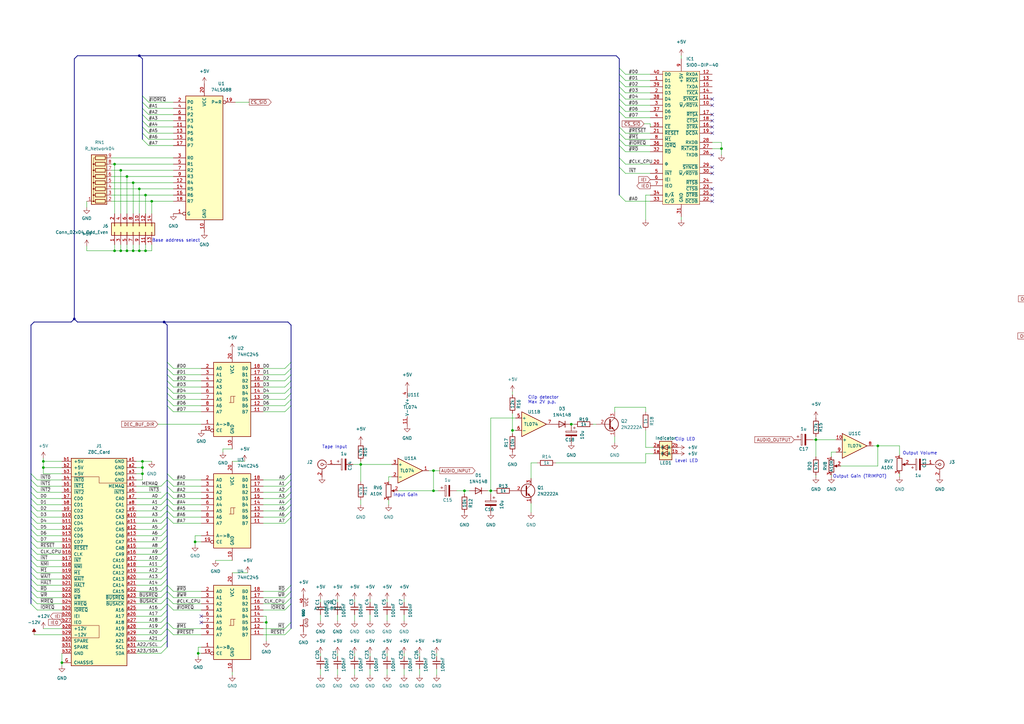
<source format=kicad_sch>
(kicad_sch (version 20230121) (generator eeschema)
  (paper "A3")
  (title_block (title "Z8C Tape Interface") (date "2022-10-14"))
  (junction (at 62.23 82.55))
  (junction (at 483.235 132.715))
  (junction (at 628.015 207.01))
  (junction (at 59.69 102.87))
  (junction (at 54.61 102.87))
  (junction (at 462.915 132.715))
  (junction (at 67.31 132.08))
  (junction (at 739.775 220.345))
  (junction (at 699.135 238.125))
  (junction (at 453.39 132.715))
  (junction (at 25.4 271.78))
  (junction (at 81.28 267.97))
  (junction (at 52.07 102.87))
  (junction (at 190.5 201.295))
  (junction (at 49.53 102.87))
  (junction (at 609.6 153.035))
  (junction (at 485.775 135.255))
  (junction (at 57.15 22.86))
  (junction (at 57.15 102.87))
  (junction (at 295.91 60.96))
  (junction (at 147.955 190.5))
  (junction (at 52.07 72.39))
  (junction (at 483.235 153.035))
  (junction (at 201.295 201.295))
  (junction (at 58.42 194.31))
  (junction (at 234.315 173.99))
  (junction (at 17.78 191.77))
  (junction (at 210.185 176.53))
  (junction (at 46.99 67.31))
  (junction (at 58.42 191.77))
  (junction (at 453.39 147.955))
  (junction (at 628.015 204.47))
  (junction (at 504.19 117.475))
  (junction (at 54.61 74.93))
  (junction (at 46.99 102.87))
  (junction (at 109.22 255.27))
  (junction (at 177.8 193.04))
  (junction (at 59.69 80.01))
  (junction (at 334.645 180.34))
  (junction (at 177.8 201.295))
  (junction (at 457.835 117.475))
  (junction (at 483.235 168.275))
  (junction (at 17.78 189.23))
  (junction (at 504.19 132.715))
  (junction (at 30.48 130.81))
  (junction (at 485.775 114.935))
  (junction (at 360.045 182.88))
  (junction (at 57.15 77.47))
  (junction (at 49.53 69.85))
  (junction (at 607.06 140.335))
  (junction (at 80.01 222.25))
  (junction (at 58.42 189.23))
  (junction (at 467.36 117.475))
  (junction (at 485.775 110.49))
  (no_connect (at 292.1 49.53))
  (no_connect (at 651.51 204.47))
  (no_connect (at 292.1 71.12))
  (no_connect (at 633.73 153.035))
  (no_connect (at 633.73 150.495))
  (no_connect (at 633.73 147.955))
  (no_connect (at 633.73 158.115))
  (no_connect (at 292.1 63.5))
  (no_connect (at 292.1 52.07))
  (no_connect (at 651.51 217.17))
  (no_connect (at 651.51 212.09))
  (no_connect (at 82.55 255.27))
  (no_connect (at 292.1 77.47))
  (no_connect (at 651.51 214.63))
  (no_connect (at 633.73 142.875))
  (no_connect (at 633.73 140.335))
  (no_connect (at 633.73 137.795))
  (no_connect (at 633.73 135.255))
  (no_connect (at 82.55 252.73))
  (no_connect (at 292.1 54.61))
  (no_connect (at 292.1 80.01))
  (no_connect (at 292.1 82.55))
  (no_connect (at 651.51 199.39))
  (no_connect (at 292.1 68.58))
  (no_connect (at 292.1 40.64))
  (no_connect (at 651.51 207.01))
  (no_connect (at 292.1 43.18))
  (no_connect (at 651.51 201.93))
  (no_connect (at 464.185 105.41))
  (no_connect (at 292.1 46.99))
  (no_connect (at 651.51 222.25))
  (bus_entry (at 119.38 240.03) (size -2.54 2.54))
  (bus_entry (at 256.54 33.02) (size -2.54 -2.54))
  (bus_entry (at 68.58 250.19) (size -2.54 2.54))
  (bus_entry (at 15.24 217.17) (size -2.54 -2.54))
  (bus_entry (at 116.84 156.21) (size 2.54 -2.54))
  (bus_entry (at 119.38 247.65) (size -2.54 2.54))
  (bus_entry (at 256.54 43.18) (size -2.54 -2.54))
  (bus_entry (at 58.42 52.07) (size 2.54 2.54))
  (bus_entry (at 119.38 245.11) (size -2.54 2.54))
  (bus_entry (at 68.58 219.71) (size -2.54 2.54))
  (bus_entry (at 12.7 229.87) (size 2.54 2.54))
  (bus_entry (at 68.58 229.87) (size -2.54 2.54))
  (bus_entry (at 58.42 46.99) (size 2.54 2.54))
  (bus_entry (at 12.7 240.03) (size 2.54 2.54))
  (bus_entry (at 68.58 209.55) (size -2.54 2.54))
  (bus_entry (at 68.58 245.11) (size -2.54 2.54))
  (bus_entry (at 68.58 242.57) (size 2.54 2.54))
  (bus_entry (at 15.24 219.71) (size -2.54 -2.54))
  (bus_entry (at 15.24 207.01) (size -2.54 -2.54))
  (bus_entry (at 68.58 255.27) (size -2.54 2.54))
  (bus_entry (at 58.42 44.45) (size 2.54 2.54))
  (bus_entry (at 68.58 212.09) (size -2.54 2.54))
  (bus_entry (at 116.84 166.37) (size 2.54 -2.54))
  (bus_entry (at 119.38 212.09) (size -2.54 2.54))
  (bus_entry (at 254 64.77) (size 2.54 2.54))
  (bus_entry (at 58.42 39.37) (size 2.54 2.54))
  (bus_entry (at 256.54 40.64) (size -2.54 -2.54))
  (bus_entry (at 68.58 257.81) (size 2.54 2.54))
  (bus_entry (at 254 80.01) (size 2.54 2.54))
  (bus_entry (at 116.84 151.13) (size 2.54 -2.54))
  (bus_entry (at 68.58 199.39) (size 2.54 2.54))
  (bus_entry (at 71.12 158.75) (size -2.54 -2.54))
  (bus_entry (at 68.58 214.63) (size -2.54 2.54))
  (bus_entry (at 256.54 38.1) (size -2.54 -2.54))
  (bus_entry (at 119.38 209.55) (size -2.54 2.54))
  (bus_entry (at 68.58 227.33) (size -2.54 2.54))
  (bus_entry (at 68.58 204.47) (size -2.54 2.54))
  (bus_entry (at 15.24 222.25) (size -2.54 -2.54))
  (bus_entry (at 15.24 209.55) (size -2.54 -2.54))
  (bus_entry (at 254 52.07) (size 2.54 2.54))
  (bus_entry (at 15.24 214.63) (size -2.54 -2.54))
  (bus_entry (at 12.7 247.65) (size 2.54 2.54))
  (bus_entry (at 254 59.69) (size 2.54 2.54))
  (bus_entry (at 119.38 204.47) (size -2.54 2.54))
  (bus_entry (at 256.54 30.48) (size -2.54 -2.54))
  (bus_entry (at 68.58 240.03) (size -2.54 2.54))
  (bus_entry (at 256.54 48.26) (size -2.54 -2.54))
  (bus_entry (at 254 68.58) (size 2.54 2.54))
  (bus_entry (at 68.58 201.93) (size 2.54 2.54))
  (bus_entry (at 15.24 212.09) (size -2.54 -2.54))
  (bus_entry (at 256.54 35.56) (size -2.54 -2.54))
  (bus_entry (at 58.42 41.91) (size 2.54 2.54))
  (bus_entry (at 12.7 199.39) (size 2.54 2.54))
  (bus_entry (at 12.7 194.31) (size 2.54 2.54))
  (bus_entry (at 68.58 260.35) (size -2.54 2.54))
  (bus_entry (at 68.58 217.17) (size -2.54 2.54))
  (bus_entry (at 12.7 224.79) (size 2.54 2.54))
  (bus_entry (at 68.58 252.73) (size -2.54 2.54))
  (bus_entry (at 116.84 153.67) (size 2.54 -2.54))
  (bus_entry (at 68.58 196.85) (size 2.54 2.54))
  (bus_entry (at 256.54 45.72) (size -2.54 -2.54))
  (bus_entry (at 119.38 257.81) (size -2.54 2.54))
  (bus_entry (at 68.58 204.47) (size 2.54 2.54))
  (bus_entry (at 15.24 204.47) (size -2.54 -2.54))
  (bus_entry (at 68.58 207.01) (size 2.54 2.54))
  (bus_entry (at 66.04 199.39) (size 2.54 -2.54))
  (bus_entry (at 71.12 156.21) (size -2.54 -2.54))
  (bus_entry (at 116.84 163.83) (size 2.54 -2.54))
  (bus_entry (at 116.84 161.29) (size 2.54 -2.54))
  (bus_entry (at 12.7 234.95) (size 2.54 2.54))
  (bus_entry (at 71.12 153.67) (size -2.54 -2.54))
  (bus_entry (at 68.58 247.65) (size 2.54 2.54))
  (bus_entry (at 12.7 232.41) (size 2.54 2.54))
  (bus_entry (at 254 57.15) (size 2.54 2.54))
  (bus_entry (at 119.38 255.27) (size -2.54 2.54))
  (bus_entry (at 58.42 49.53) (size 2.54 2.54))
  (bus_entry (at 12.7 237.49) (size 2.54 2.54))
  (bus_entry (at 68.58 212.09) (size 2.54 2.54))
  (bus_entry (at 12.7 222.25) (size 2.54 2.54))
  (bus_entry (at 71.12 168.91) (size -2.54 -2.54))
  (bus_entry (at 119.38 201.93) (size -2.54 2.54))
  (bus_entry (at 119.38 194.31) (size -2.54 2.54))
  (bus_entry (at 71.12 166.37) (size -2.54 -2.54))
  (bus_entry (at 116.84 168.91) (size 2.54 -2.54))
  (bus_entry (at 68.58 265.43) (size -2.54 2.54))
  (bus_entry (at 71.12 163.83) (size -2.54 -2.54))
  (bus_entry (at 71.12 161.29) (size -2.54 -2.54))
  (bus_entry (at 68.58 242.57) (size -2.54 2.54))
  (bus_entry (at 12.7 245.11) (size 2.54 2.54))
  (bus_entry (at 119.38 207.01) (size -2.54 2.54))
  (bus_entry (at 68.58 257.81) (size -2.54 2.54))
  (bus_entry (at 68.58 237.49) (size -2.54 2.54))
  (bus_entry (at 119.38 242.57) (size -2.54 2.54))
  (bus_entry (at 71.12 151.13) (size -2.54 -2.54))
  (bus_entry (at 68.58 207.01) (size -2.54 2.54))
  (bus_entry (at 119.38 196.85) (size -2.54 2.54))
  (bus_entry (at 68.58 232.41) (size -2.54 2.54))
  (bus_entry (at 68.58 245.11) (size 2.54 2.54))
  (bus_entry (at 68.58 247.65) (size -2.54 2.54))
  (bus_entry (at 12.7 242.57) (size 2.54 2.54))
  (bus_entry (at 68.58 224.79) (size -2.54 2.54))
  (bus_entry (at 12.7 196.85) (size 2.54 2.54))
  (bus_entry (at 12.7 227.33) (size 2.54 2.54))
  (bus_entry (at 68.58 255.27) (size 2.54 2.54))
  (bus_entry (at 68.58 240.03) (size 2.54 2.54))
  (bus_entry (at 68.58 194.31) (size 2.54 2.54))
  (bus_entry (at 58.42 54.61) (size 2.54 2.54))
  (bus_entry (at 68.58 222.25) (size -2.54 2.54))
  (bus_entry (at 68.58 234.95) (size -2.54 2.54))
  (bus_entry (at 68.58 201.93) (size -2.54 2.54))
  (bus_entry (at 68.58 262.89) (size -2.54 2.54))
  (bus_entry (at 68.58 209.55) (size 2.54 2.54))
  (bus_entry (at 116.84 158.75) (size 2.54 -2.54))
  (bus_entry (at 58.42 57.15) (size 2.54 2.54))
  (bus_entry (at 254 54.61) (size 2.54 2.54))
  (bus_entry (at 119.38 199.39) (size -2.54 2.54))
  (wire (pts (xy 267.97 186.055) (xy 264.795 186.055)))
  (wire (pts (xy 15.24 229.87) (xy 25.4 229.87)))
  (wire (pts (xy 64.77 173.99) (xy 82.55 173.99)))
  (wire (pts (xy 58.42 189.23) (xy 62.23 189.23)))
  (wire (pts (xy 81.28 267.97) (xy 81.28 269.24)))
  (wire (pts (xy 670.56 209.55) (xy 670.56 187.325)))
  (wire (pts (xy 55.88 199.39) (xy 66.04 199.39)))
  (bus (pts (xy 68.58 209.55) (xy 68.58 207.01)))
  (wire (pts (xy 609.6 135.255) (xy 609.6 153.035)))
  (wire (pts (xy 333.375 180.34) (xy 334.645 180.34)))
  (bus (pts (xy 67.31 132.08) (xy 31.75 132.08)))
  (wire (pts (xy 453.39 132.715) (xy 453.39 107.95)))
  (wire (pts (xy 210.185 169.545) (xy 210.185 176.53)))
  (wire (pts (xy 158.75 254.635) (xy 158.75 252.095)))
  (wire (pts (xy 360.045 191.135) (xy 360.045 182.88)))
  (wire (pts (xy 49.53 102.87) (xy 52.07 102.87)))
  (wire (pts (xy 91.44 184.15) (xy 95.25 184.15)))
  (wire (pts (xy 179.07 267.97) (xy 179.07 269.24)))
  (wire (pts (xy 192.405 201.295) (xy 190.5 201.295)))
  (bus (pts (xy 68.58 232.41) (xy 68.58 229.87)))
  (bus (pts (xy 12.7 196.85) (xy 12.7 199.39)))
  (bus (pts (xy 254 57.15) (xy 254 59.69)))
  (wire (pts (xy 334.645 180.34) (xy 342.9 180.34)))
  (wire (pts (xy 66.04 222.25) (xy 55.88 222.25)))
  (wire (pts (xy 66.04 204.47) (xy 55.88 204.47)))
  (wire (pts (xy 80.01 219.71) (xy 80.01 222.25)))
  (wire (pts (xy 15.24 209.55) (xy 25.4 209.55)))
  (wire (pts (xy 210.185 176.53) (xy 211.455 176.53)))
  (wire (pts (xy 107.95 196.85) (xy 116.84 196.85)))
  (wire (pts (xy 462.915 132.715) (xy 462.915 140.335)))
  (wire (pts (xy 151.765 267.97) (xy 151.765 269.24)))
  (wire (pts (xy 453.39 132.715) (xy 453.39 140.335)))
  (bus (pts (xy 254 52.07) (xy 254 54.61)))
  (wire (pts (xy 59.69 102.87) (xy 62.23 102.87)))
  (wire (pts (xy 66.04 219.71) (xy 55.88 219.71)))
  (wire (pts (xy 116.84 161.29) (xy 107.95 161.29)))
  (wire (pts (xy 66.04 255.27) (xy 55.88 255.27)))
  (bus (pts (xy 68.58 133.35) (xy 68.58 148.59)))
  (wire (pts (xy 165.735 267.97) (xy 165.735 269.24)))
  (bus (pts (xy 68.58 161.29) (xy 68.58 163.83)))
  (wire (pts (xy 607.06 140.335) (xy 607.06 142.875)))
  (wire (pts (xy 52.07 102.87) (xy 52.07 100.33)))
  (wire (pts (xy 66.04 260.35) (xy 55.88 260.35)))
  (bus (pts (xy 254 45.72) (xy 254 52.07)))
  (wire (pts (xy 340.995 187.325) (xy 340.995 185.42)))
  (wire (pts (xy 45.72 80.01) (xy 59.69 80.01)))
  (bus (pts (xy 254 54.61) (xy 254 57.15)))
  (bus (pts (xy 68.58 245.11) (xy 68.58 247.65)))
  (wire (pts (xy 483.235 175.895) (xy 502.285 175.895)))
  (wire (pts (xy 607.06 142.875) (xy 613.41 142.875)))
  (bus (pts (xy 31.75 132.08) (xy 30.48 130.81)))
  (wire (pts (xy 131.445 267.97) (xy 131.445 269.24)))
  (wire (pts (xy 102.235 41.91) (xy 96.52 41.91)))
  (wire (pts (xy 80.01 222.25) (xy 82.55 222.25)))
  (wire (pts (xy 177.8 193.04) (xy 175.895 193.04)))
  (wire (pts (xy 670.56 187.325) (xy 628.015 187.325)))
  (wire (pts (xy 71.12 247.65) (xy 82.55 247.65)))
  (wire (pts (xy 59.69 102.87) (xy 59.69 100.33)))
  (bus (pts (xy 58.42 54.61) (xy 58.42 57.15)))
  (wire (pts (xy 490.855 139.7) (xy 485.775 139.7)))
  (wire (pts (xy 13.97 260.35) (xy 25.4 260.35)))
  (wire (pts (xy 252.095 181.61) (xy 252.095 179.07)))
  (wire (pts (xy 623.57 164.465) (xy 623.57 163.195)))
  (bus (pts (xy 254 38.1) (xy 254 35.56)))
  (wire (pts (xy 109.22 255.27) (xy 109.22 262.89)))
  (wire (pts (xy 66.04 242.57) (xy 55.88 242.57)))
  (bus (pts (xy 68.58 229.87) (xy 68.58 227.33)))
  (wire (pts (xy 453.39 132.715) (xy 462.915 132.715)))
  (bus (pts (xy 119.38 166.37) (xy 119.38 194.31)))
  (wire (pts (xy 91.44 185.42) (xy 91.44 184.15)))
  (wire (pts (xy 628.015 214.63) (xy 631.19 214.63)))
  (wire (pts (xy 292.1 58.42) (xy 295.91 58.42)))
  (wire (pts (xy 340.995 185.42) (xy 342.9 185.42)))
  (bus (pts (xy 58.42 49.53) (xy 58.42 52.07)))
  (wire (pts (xy 60.96 52.07) (xy 71.12 52.07)))
  (wire (pts (xy 54.61 100.33) (xy 54.61 102.87)))
  (wire (pts (xy 487.68 135.255) (xy 485.775 135.255)))
  (bus (pts (xy 254 64.77) (xy 254 68.58)))
  (bus (pts (xy 254 59.69) (xy 254 64.77)))
  (wire (pts (xy 45.72 74.93) (xy 54.61 74.93)))
  (wire (pts (xy 57.15 100.33) (xy 57.15 102.87)))
  (wire (pts (xy 256.54 48.26) (xy 266.7 48.26)))
  (bus (pts (xy 119.38 247.65) (xy 119.38 255.27)))
  (bus (pts (xy 119.38 207.01) (xy 119.38 209.55)))
  (bus (pts (xy 119.38 151.13) (xy 119.38 153.67)))
  (wire (pts (xy 71.12 158.75) (xy 82.55 158.75)))
  (wire (pts (xy 699.135 235.585) (xy 701.04 235.585)))
  (wire (pts (xy 17.78 194.31) (xy 25.4 194.31)))
  (wire (pts (xy 35.56 102.87) (xy 46.99 102.87)))
  (wire (pts (xy 15.24 222.25) (xy 25.4 222.25)))
  (wire (pts (xy 15.24 219.71) (xy 25.4 219.71)))
  (wire (pts (xy 88.392 229.87) (xy 95.25 229.87)))
  (bus (pts (xy 68.58 156.21) (xy 68.58 158.75)))
  (wire (pts (xy 244.475 173.99) (xy 243.205 173.99)))
  (bus (pts (xy 12.7 133.35) (xy 13.97 132.08)))
  (wire (pts (xy 15.24 204.47) (xy 25.4 204.47)))
  (wire (pts (xy 358.14 182.88) (xy 360.045 182.88)))
  (wire (pts (xy 699.135 238.125) (xy 699.135 235.585)))
  (wire (pts (xy 107.95 201.93) (xy 116.84 201.93)))
  (bus (pts (xy 119.38 240.03) (xy 119.38 242.57)))
  (wire (pts (xy 60.96 49.53) (xy 71.12 49.53)))
  (bus (pts (xy 12.7 219.71) (xy 12.7 217.17)))
  (wire (pts (xy 477.52 164.465) (xy 477.52 161.925)))
  (wire (pts (xy 17.78 257.81) (xy 25.4 257.81)))
  (wire (pts (xy 256.54 59.69) (xy 266.7 59.69)))
  (wire (pts (xy 705.485 220.345) (xy 705.485 203.2)))
  (wire (pts (xy 62.23 82.55) (xy 62.23 87.63)))
  (wire (pts (xy 147.955 190.5) (xy 147.955 197.485)))
  (bus (pts (xy 12.7 209.55) (xy 12.7 207.01)))
  (wire (pts (xy 485.775 110.49) (xy 485.775 97.155)))
  (wire (pts (xy 217.805 189.865) (xy 220.345 189.865)))
  (wire (pts (xy 457.835 117.475) (xy 457.835 140.335)))
  (wire (pts (xy 71.12 153.67) (xy 82.55 153.67)))
  (bus (pts (xy 254 45.72) (xy 254 43.18)))
  (wire (pts (xy 256.54 45.72) (xy 266.7 45.72)))
  (wire (pts (xy 462.915 132.715) (xy 483.235 132.715)))
  (bus (pts (xy 119.38 161.29) (xy 119.38 163.83)))
  (wire (pts (xy 66.04 209.55) (xy 55.88 209.55)))
  (wire (pts (xy 267.97 183.515) (xy 264.795 183.515)))
  (wire (pts (xy 604.52 147.955) (xy 604.52 145.415)))
  (wire (pts (xy 628.015 204.47) (xy 631.19 204.47)))
  (wire (pts (xy 483.235 132.715) (xy 485.775 132.715)))
  (wire (pts (xy 131.445 245.745) (xy 131.445 247.015)))
  (wire (pts (xy 15.24 212.09) (xy 25.4 212.09)))
  (wire (pts (xy 669.29 209.55) (xy 670.56 209.55)))
  (wire (pts (xy 15.24 240.03) (xy 25.4 240.03)))
  (wire (pts (xy 17.78 191.77) (xy 17.78 194.31)))
  (wire (pts (xy 45.72 82.55) (xy 62.23 82.55)))
  (wire (pts (xy 462.915 161.925) (xy 462.915 147.955)))
  (wire (pts (xy 60.96 46.99) (xy 71.12 46.99)))
  (bus (pts (xy 58.42 41.91) (xy 58.42 44.45)))
  (wire (pts (xy 708.66 230.505) (xy 699.135 230.505)))
  (wire (pts (xy 483.235 160.655) (xy 502.285 160.655)))
  (wire (pts (xy 502.285 175.895) (xy 502.285 170.815)))
  (wire (pts (xy 481.33 168.275) (xy 483.235 168.275)))
  (wire (pts (xy 256.54 43.18) (xy 266.7 43.18)))
  (wire (pts (xy 440.69 132.715) (xy 440.69 133.985)))
  (wire (pts (xy 15.24 232.41) (xy 25.4 232.41)))
  (wire (pts (xy 256.54 82.55) (xy 266.7 82.55)))
  (wire (pts (xy 334.645 194.945) (xy 334.645 195.58)))
  (bus (pts (xy 68.58 250.19) (xy 68.58 247.65)))
  (wire (pts (xy 55.88 194.31) (xy 58.42 194.31)))
  (wire (pts (xy 483.235 168.275) (xy 483.235 175.895)))
  (bus (pts (xy 12.7 242.57) (xy 12.7 245.11)))
  (wire (pts (xy 71.12 209.55) (xy 82.55 209.55)))
  (wire (pts (xy 46.99 67.31) (xy 46.99 87.63)))
  (wire (pts (xy 434.34 153.035) (xy 436.88 153.035)))
  (bus (pts (xy 68.58 242.57) (xy 68.58 245.11)))
  (bus (pts (xy 68.58 153.67) (xy 68.58 156.21)))
  (wire (pts (xy 116.84 204.47) (xy 107.95 204.47)))
  (bus (pts (xy 254 43.18) (xy 254 40.64)))
  (bus (pts (xy 12.7 199.39) (xy 12.7 201.93)))
  (bus (pts (xy 254 24.13) (xy 252.73 22.86)))
  (wire (pts (xy 699.135 238.125) (xy 701.04 238.125)))
  (bus (pts (xy 68.58 204.47) (xy 68.58 201.93)))
  (bus (pts (xy 12.7 237.49) (xy 12.7 240.03)))
  (bus (pts (xy 119.38 204.47) (xy 119.38 207.01)))
  (bus (pts (xy 29.21 132.08) (xy 30.48 130.81)))
  (wire (pts (xy 467.36 147.955) (xy 477.52 147.955)))
  (bus (pts (xy 119.38 209.55) (xy 119.38 212.09)))
  (wire (pts (xy 71.12 199.39) (xy 82.55 199.39)))
  (wire (pts (xy 172.085 267.97) (xy 172.085 269.24)))
  (wire (pts (xy 66.04 224.79) (xy 55.88 224.79)))
  (bus (pts (xy 57.15 22.86) (xy 252.73 22.86)))
  (wire (pts (xy 58.42 194.31) (xy 58.42 191.77)))
  (bus (pts (xy 68.58 199.39) (xy 68.58 201.93)))
  (wire (pts (xy 441.96 132.715) (xy 440.69 132.715)))
  (wire (pts (xy 109.22 252.73) (xy 109.22 255.27)))
  (bus (pts (xy 119.38 158.75) (xy 119.38 161.29)))
  (bus (pts (xy 12.7 224.79) (xy 12.7 227.33)))
  (wire (pts (xy 628.015 199.39) (xy 631.19 199.39)))
  (wire (pts (xy 60.96 54.61) (xy 71.12 54.61)))
  (wire (pts (xy 54.61 74.93) (xy 71.12 74.93)))
  (bus (pts (xy 119.38 199.39) (xy 119.38 201.93)))
  (wire (pts (xy 25.4 271.78) (xy 25.4 267.97)))
  (wire (pts (xy 71.12 161.29) (xy 82.55 161.29)))
  (wire (pts (xy 15.24 196.85) (xy 25.4 196.85)))
  (wire (pts (xy 440.69 147.955) (xy 453.39 147.955)))
  (bus (pts (xy 254 68.58) (xy 254 80.01)))
  (wire (pts (xy 60.96 57.15) (xy 71.12 57.15)))
  (wire (pts (xy 145.415 267.97) (xy 145.415 269.24)))
  (wire (pts (xy 107.95 255.27) (xy 109.22 255.27)))
  (bus (pts (xy 119.38 156.21) (xy 119.38 158.75)))
  (wire (pts (xy 60.96 41.91) (xy 71.12 41.91)))
  (wire (pts (xy 54.61 102.87) (xy 57.15 102.87)))
  (bus (pts (xy 68.58 257.81) (xy 68.58 255.27)))
  (wire (pts (xy 628.015 187.325) (xy 628.015 199.39)))
  (wire (pts (xy 82.55 219.71) (xy 80.01 219.71)))
  (bus (pts (xy 58.42 44.45) (xy 58.42 46.99)))
  (wire (pts (xy 179.07 276.86) (xy 179.07 274.32)))
  (wire (pts (xy 15.24 250.19) (xy 25.4 250.19)))
  (bus (pts (xy 119.38 133.35) (xy 119.38 148.59)))
  (wire (pts (xy 71.12 196.85) (xy 82.55 196.85)))
  (wire (pts (xy 145.415 254.635) (xy 145.415 252.095)))
  (bus (pts (xy 119.38 245.11) (xy 119.38 247.65)))
  (wire (pts (xy 165.735 254.635) (xy 165.735 252.095)))
  (wire (pts (xy 71.12 257.81) (xy 82.55 257.81)))
  (bus (pts (xy 254 24.13) (xy 254 27.94)))
  (wire (pts (xy 138.43 245.745) (xy 138.43 247.015)))
  (wire (pts (xy 607.06 131.445) (xy 607.06 140.335)))
  (wire (pts (xy 739.775 220.345) (xy 734.06 220.345)))
  (wire (pts (xy 483.235 153.035) (xy 481.33 153.035)))
  (wire (pts (xy 15.24 247.65) (xy 25.4 247.65)))
  (wire (pts (xy 187.325 201.295) (xy 190.5 201.295)))
  (bus (pts (xy 12.7 229.87) (xy 12.7 232.41)))
  (wire (pts (xy 467.36 117.475) (xy 467.36 110.49)))
  (wire (pts (xy 15.24 245.11) (xy 25.4 245.11)))
  (wire (pts (xy 177.8 201.295) (xy 177.8 193.04)))
  (bus (pts (xy 67.31 132.08) (xy 118.11 132.08)))
  (wire (pts (xy 15.24 242.57) (xy 25.4 242.57)))
  (wire (pts (xy 159.385 207.01) (xy 159.385 205.105)))
  (wire (pts (xy 449.58 117.475) (xy 457.835 117.475)))
  (wire (pts (xy 82.55 267.97) (xy 81.28 267.97)))
  (wire (pts (xy 151.765 245.745) (xy 151.765 247.015)))
  (wire (pts (xy 440.69 117.475) (xy 440.69 118.745)))
  (wire (pts (xy 49.53 69.85) (xy 49.53 87.63)))
  (wire (pts (xy 368.935 195.58) (xy 368.935 194.31)))
  (wire (pts (xy 487.68 114.935) (xy 485.775 114.935)))
  (bus (pts (xy 119.38 242.57) (xy 119.38 245.11)))
  (wire (pts (xy 71.12 204.47) (xy 82.55 204.47)))
  (wire (pts (xy 295.91 58.42) (xy 295.91 60.96)))
  (wire (pts (xy 71.12 250.19) (xy 82.55 250.19)))
  (wire (pts (xy 66.04 250.19) (xy 55.88 250.19)))
  (wire (pts (xy 279.4 22.86) (xy 279.4 24.13)))
  (bus (pts (xy 68.58 212.09) (xy 68.58 209.55)))
  (wire (pts (xy 613.41 135.255) (xy 609.6 135.255)))
  (wire (pts (xy 138.43 276.86) (xy 138.43 274.32)))
  (wire (pts (xy 107.95 247.65) (xy 116.84 247.65)))
  (wire (pts (xy 628.015 212.09) (xy 631.19 212.09)))
  (wire (pts (xy 504.19 132.715) (xy 502.92 132.715)))
  (wire (pts (xy 334.645 180.34) (xy 334.645 187.325)))
  (wire (pts (xy 621.665 204.47) (xy 628.015 204.47)))
  (wire (pts (xy 116.84 214.63) (xy 107.95 214.63)))
  (bus (pts (xy 68.58 250.19) (xy 68.58 252.73)))
  (bus (pts (xy 68.58 237.49) (xy 68.58 234.95)))
  (wire (pts (xy 66.04 214.63) (xy 55.88 214.63)))
  (wire (pts (xy 151.765 276.86) (xy 151.765 274.32)))
  (wire (pts (xy 116.84 163.83) (xy 107.95 163.83)))
  (wire (pts (xy 449.58 132.715) (xy 453.39 132.715)))
  (bus (pts (xy 68.58 217.17) (xy 68.58 214.63)))
  (wire (pts (xy 201.295 201.295) (xy 202.565 201.295)))
  (wire (pts (xy 66.04 234.95) (xy 55.88 234.95)))
  (wire (pts (xy 95.25 276.86) (xy 95.25 275.59)))
  (wire (pts (xy 165.735 245.745) (xy 165.735 247.015)))
  (wire (pts (xy 45.72 64.77) (xy 71.12 64.77)))
  (wire (pts (xy 131.445 276.86) (xy 131.445 274.32)))
  (wire (pts (xy 483.235 132.715) (xy 483.235 99.695)))
  (wire (pts (xy 66.04 240.03) (xy 55.88 240.03)))
  (wire (pts (xy 605.79 131.445) (xy 607.06 131.445)))
  (wire (pts (xy 334.645 179.07) (xy 334.645 180.34)))
  (bus (pts (xy 68.58 262.89) (xy 68.58 260.35)))
  (bus (pts (xy 13.97 132.08) (xy 29.21 132.08)))
  (wire (pts (xy 66.04 207.01) (xy 55.88 207.01)))
  (wire (pts (xy 62.23 102.87) (xy 62.23 100.33)))
  (wire (pts (xy 504.19 117.475) (xy 504.19 110.49)))
  (bus (pts (xy 12.7 219.71) (xy 12.7 222.25)))
  (wire (pts (xy 52.07 72.39) (xy 71.12 72.39)))
  (wire (pts (xy 138.43 254.635) (xy 138.43 252.095)))
  (wire (pts (xy 58.42 191.77) (xy 58.42 189.23)))
  (wire (pts (xy 485.775 139.7) (xy 485.775 135.255)))
  (wire (pts (xy 340.995 195.58) (xy 340.995 194.945)))
  (wire (pts (xy 483.235 153.035) (xy 483.235 160.655)))
  (bus (pts (xy 68.58 194.31) (xy 68.58 196.85)))
  (wire (pts (xy 292.1 60.96) (xy 295.91 60.96)))
  (wire (pts (xy 107.95 212.09) (xy 116.84 212.09)))
  (wire (pts (xy 66.04 232.41) (xy 55.88 232.41)))
  (wire (pts (xy 158.75 267.97) (xy 158.75 269.24)))
  (wire (pts (xy 57.15 77.47) (xy 57.15 87.63)))
  (wire (pts (xy 158.75 276.86) (xy 158.75 274.32)))
  (wire (pts (xy 264.795 80.01) (xy 266.7 80.01)))
  (wire (pts (xy 71.12 201.93) (xy 82.55 201.93)))
  (wire (pts (xy 264.795 90.17) (xy 264.795 80.01)))
  (wire (pts (xy 423.545 153.035) (xy 429.26 153.035)))
  (wire (pts (xy 607.06 140.335) (xy 613.41 140.335)))
  (bus (pts (xy 68.58 240.03) (xy 68.58 242.57)))
  (wire (pts (xy 66.04 265.43) (xy 55.88 265.43)))
  (wire (pts (xy 256.54 38.1) (xy 266.7 38.1)))
  (wire (pts (xy 15.24 214.63) (xy 25.4 214.63)))
  (bus (pts (xy 119.38 255.27) (xy 119.38 257.81)))
  (wire (pts (xy 485.14 153.035) (xy 483.235 153.035)))
  (wire (pts (xy 264.16 50.8) (xy 266.7 50.8)))
  (wire (pts (xy 71.12 207.01) (xy 82.55 207.01)))
  (wire (pts (xy 15.24 227.33) (xy 25.4 227.33)))
  (wire (pts (xy 71.12 166.37) (xy 82.55 166.37)))
  (wire (pts (xy 81.28 267.97) (xy 81.28 265.43)))
  (wire (pts (xy 235.585 173.99) (xy 234.315 173.99)))
  (bus (pts (xy 254 30.48) (xy 254 33.02)))
  (wire (pts (xy 151.765 254.635) (xy 151.765 252.095)))
  (wire (pts (xy 107.95 209.55) (xy 116.84 209.55)))
  (bus (pts (xy 12.7 245.11) (xy 12.7 247.65)))
  (wire (pts (xy 81.28 265.43) (xy 82.55 265.43)))
  (wire (pts (xy 116.84 245.11) (xy 107.95 245.11)))
  (wire (pts (xy 158.75 245.745) (xy 158.75 247.015)))
  (wire (pts (xy 200.025 201.295) (xy 201.295 201.295)))
  (wire (pts (xy 504.19 139.7) (xy 504.19 132.715)))
  (bus (pts (xy 119.38 194.31) (xy 119.38 196.85)))
  (wire (pts (xy 107.95 158.75) (xy 116.84 158.75)))
  (wire (pts (xy 159.385 195.58) (xy 160.655 195.58)))
  (wire (pts (xy 147.955 207.01) (xy 147.955 205.105)))
  (wire (pts (xy 467.36 110.49) (xy 464.185 110.49)))
  (wire (pts (xy 467.36 117.475) (xy 485.775 117.475)))
  (wire (pts (xy 131.445 254.635) (xy 131.445 252.095)))
  (wire (pts (xy 66.04 212.09) (xy 55.88 212.09)))
  (bus (pts (xy 58.42 46.99) (xy 58.42 49.53)))
  (wire (pts (xy 368.935 182.88) (xy 368.935 186.69)))
  (wire (pts (xy 613.41 147.955) (xy 604.52 147.955)))
  (bus (pts (xy 12.7 214.63) (xy 12.7 212.09)))
  (wire (pts (xy 116.84 151.13) (xy 107.95 151.13)))
  (wire (pts (xy 739.775 203.2) (xy 739.775 220.345)))
  (bus (pts (xy 12.7 207.01) (xy 12.7 204.47)))
  (wire (pts (xy 15.24 217.17) (xy 25.4 217.17)))
  (wire (pts (xy 17.78 191.77) (xy 17.78 189.23)))
  (wire (pts (xy 217.805 206.375) (xy 217.805 210.185)))
  (wire (pts (xy 71.12 212.09) (xy 82.55 212.09)))
  (wire (pts (xy 101.6 234.95) (xy 95.25 234.95)))
  (wire (pts (xy 66.04 245.11) (xy 55.88 245.11)))
  (wire (pts (xy 453.39 147.955) (xy 457.835 147.955)))
  (bus (pts (xy 12.7 204.47) (xy 12.7 201.93)))
  (wire (pts (xy 35.56 82.55) (xy 35.56 85.09)))
  (bus (pts (xy 68.58 260.35) (xy 68.58 257.81)))
  (wire (pts (xy 256.54 71.12) (xy 266.7 71.12)))
  (bus (pts (xy 58.42 24.13) (xy 57.15 22.86)))
  (wire (pts (xy 80.01 223.52) (xy 80.01 222.25)))
  (wire (pts (xy 66.04 257.81) (xy 55.88 257.81)))
  (wire (pts (xy 502.285 160.655) (xy 502.285 155.575)))
  (wire (pts (xy 495.3 73.66) (xy 502.285 73.66)))
  (wire (pts (xy 55.88 196.85) (xy 58.42 196.85)))
  (wire (pts (xy 264.795 167.005) (xy 264.795 168.91)))
  (wire (pts (xy 54.61 74.93) (xy 54.61 87.63)))
  (wire (pts (xy 628.015 207.01) (xy 628.015 204.47)))
  (bus (pts (xy 68.58 163.83) (xy 68.58 166.37)))
  (wire (pts (xy 138.43 267.97) (xy 138.43 269.24)))
  (bus (pts (xy 58.42 39.37) (xy 58.42 41.91)))
  (bus (pts (xy 12.7 240.03) (xy 12.7 242.57)))
  (wire (pts (xy 504.19 110.49) (xy 498.475 110.49)))
  (bus (pts (xy 68.58 227.33) (xy 68.58 224.79)))
  (wire (pts (xy 739.775 220.345) (xy 754.38 220.345)))
  (wire (pts (xy 477.52 161.925) (xy 462.915 161.925)))
  (wire (pts (xy 45.72 67.31) (xy 46.99 67.31)))
  (wire (pts (xy 256.54 67.31) (xy 266.7 67.31)))
  (wire (pts (xy 490.855 110.49) (xy 485.775 110.49)))
  (bus (pts (xy 68.58 219.71) (xy 68.58 217.17)))
  (wire (pts (xy 15.24 234.95) (xy 25.4 234.95)))
  (wire (pts (xy 116.84 260.35) (xy 107.95 260.35)))
  (wire (pts (xy 15.24 201.93) (xy 25.4 201.93)))
  (wire (pts (xy 52.07 102.87) (xy 54.61 102.87)))
  (wire (pts (xy 45.72 72.39) (xy 52.07 72.39)))
  (wire (pts (xy 264.795 183.515) (xy 264.795 176.53)))
  (bus (pts (xy 68.58 214.63) (xy 68.58 212.09)))
  (wire (pts (xy 35.56 100.965) (xy 35.56 102.87)))
  (wire (pts (xy 147.955 190.5) (xy 144.78 190.5)))
  (wire (pts (xy 264.795 186.055) (xy 264.795 189.865)))
  (wire (pts (xy 17.78 187.96) (xy 17.78 189.23)))
  (bus (pts (xy 254 40.64) (xy 254 38.1)))
  (bus (pts (xy 254 27.94) (xy 254 30.48)))
  (wire (pts (xy 264.795 189.865) (xy 227.965 189.865)))
  (wire (pts (xy 15.24 199.39) (xy 25.4 199.39)))
  (wire (pts (xy 256.54 57.15) (xy 266.7 57.15)))
  (wire (pts (xy 71.12 163.83) (xy 82.55 163.83)))
  (wire (pts (xy 485.775 114.935) (xy 485.775 117.475)))
  (bus (pts (xy 68.58 207.01) (xy 68.58 204.47)))
  (wire (pts (xy 147.955 190.5) (xy 160.655 190.5)))
  (wire (pts (xy 502.92 117.475) (xy 504.19 117.475)))
  (wire (pts (xy 46.99 67.31) (xy 71.12 67.31)))
  (wire (pts (xy 66.04 267.97) (xy 55.88 267.97)))
  (wire (pts (xy 699.135 240.03) (xy 699.135 238.125)))
  (wire (pts (xy 15.24 207.01) (xy 25.4 207.01)))
  (bus (pts (xy 12.7 194.31) (xy 12.7 196.85)))
  (wire (pts (xy 60.96 59.69) (xy 71.12 59.69)))
  (wire (pts (xy 66.04 247.65) (xy 55.88 247.65)))
  (wire (pts (xy 71.12 151.13) (xy 82.55 151.13)))
  (wire (pts (xy 49.53 100.33) (xy 49.53 102.87)))
  (wire (pts (xy 201.295 202.565) (xy 201.295 201.295)))
  (wire (pts (xy 71.12 214.63) (xy 82.55 214.63)))
  (wire (pts (xy 210.185 176.53) (xy 210.185 177.8)))
  (wire (pts (xy 25.4 191.77) (xy 17.78 191.77)))
  (wire (pts (xy 57.15 102.87) (xy 59.69 102.87)))
  (wire (pts (xy 651.51 209.55) (xy 654.05 209.55)))
  (bus (pts (xy 119.38 212.09) (xy 119.38 240.03)))
  (wire (pts (xy 453.39 107.95) (xy 454.025 107.95)))
  (wire (pts (xy 107.95 252.73) (xy 109.22 252.73)))
  (wire (pts (xy 147.955 189.23) (xy 147.955 190.5)))
  (bus (pts (xy 68.58 224.79) (xy 68.58 222.25)))
  (bus (pts (xy 68.58 151.13) (xy 68.58 153.67)))
  (wire (pts (xy 256.54 33.02) (xy 266.7 33.02)))
  (wire (pts (xy 95.25 189.23) (xy 100.33 189.23)))
  (wire (pts (xy 631.19 207.01) (xy 628.015 207.01)))
  (wire (pts (xy 165.735 276.86) (xy 165.735 274.32)))
  (bus (pts (xy 68.58 252.73) (xy 68.58 255.27)))
  (wire (pts (xy 46.99 102.87) (xy 49.53 102.87)))
  (bus (pts (xy 12.7 234.95) (xy 12.7 237.49)))
  (bus (pts (xy 68.58 196.85) (xy 68.58 199.39)))
  (wire (pts (xy 360.045 182.88) (xy 368.935 182.88)))
  (bus (pts (xy 68.58 262.89) (xy 68.58 265.43)))
  (bus (pts (xy 12.7 232.41) (xy 12.7 234.95)))
  (wire (pts (xy 107.95 166.37) (xy 116.84 166.37)))
  (wire (pts (xy 485.775 135.255) (xy 485.775 132.715)))
  (wire (pts (xy 66.04 229.87) (xy 55.88 229.87)))
  (wire (pts (xy 441.96 117.475) (xy 440.69 117.475)))
  (wire (pts (xy 57.15 77.47) (xy 71.12 77.47)))
  (wire (pts (xy 256.54 35.56) (xy 266.7 35.56)))
  (wire (pts (xy 705.485 203.2) (xy 739.775 203.2)))
  (wire (pts (xy 609.6 153.035) (xy 613.41 153.035)))
  (wire (pts (xy 256.54 62.23) (xy 266.7 62.23)))
  (wire (pts (xy 107.95 242.57) (xy 116.84 242.57)))
  (wire (pts (xy 477.52 147.955) (xy 477.52 149.225)))
  (wire (pts (xy 217.805 189.865) (xy 217.805 196.215)))
  (wire (pts (xy 201.295 171.45) (xy 201.295 201.295)))
  (bus (pts (xy 12.7 222.25) (xy 12.7 224.79)))
  (wire (pts (xy 699.135 230.505) (xy 699.135 227.965)))
  (bus (pts (xy 12.7 227.33) (xy 12.7 229.87)))
  (wire (pts (xy 66.04 262.89) (xy 55.88 262.89)))
  (bus (pts (xy 119.38 148.59) (xy 119.38 151.13)))
  (wire (pts (xy 699.135 227.965) (xy 703.58 227.965)))
  (wire (pts (xy 71.12 242.57) (xy 82.55 242.57)))
  (bus (pts (xy 12.7 217.17) (xy 12.7 214.63)))
  (wire (pts (xy 58.42 196.85) (xy 58.42 194.31)))
  (wire (pts (xy 17.78 189.23) (xy 25.4 189.23)))
  (wire (pts (xy 163.195 201.295) (xy 177.8 201.295)))
  (wire (pts (xy 66.04 227.33) (xy 55.88 227.33)))
  (bus (pts (xy 119.38 163.83) (xy 119.38 166.37)))
  (bus (pts (xy 12.7 212.09) (xy 12.7 209.55)))
  (wire (pts (xy 252.095 167.005) (xy 264.795 167.005)))
  (bus (pts (xy 30.48 24.13) (xy 30.48 130.81)))
  (wire (pts (xy 623.57 128.905) (xy 623.57 130.175)))
  (bus (pts (xy 68.58 240.03) (xy 68.58 237.49)))
  (wire (pts (xy 66.04 217.17) (xy 55.88 217.17)))
  (wire (pts (xy 116.84 153.67) (xy 107.95 153.67)))
  (wire (pts (xy 15.24 224.79) (xy 25.4 224.79)))
  (bus (pts (xy 254 33.02) (xy 254 35.56)))
  (wire (pts (xy 502.285 155.575) (xy 500.38 155.575)))
  (wire (pts (xy 45.72 77.47) (xy 57.15 77.47)))
  (wire (pts (xy 498.475 139.7) (xy 504.19 139.7)))
  (wire (pts (xy 344.805 191.135) (xy 360.045 191.135)))
  (wire (pts (xy 55.88 191.77) (xy 58.42 191.77)))
  (wire (pts (xy 71.12 156.21) (xy 82.55 156.21)))
  (bus (pts (xy 68.58 166.37) (xy 68.58 194.31)))
  (wire (pts (xy 295.91 60.96) (xy 295.91 63.5)))
  (wire (pts (xy 172.085 276.86) (xy 172.085 274.32)))
  (wire (pts (xy 179.705 201.295) (xy 177.8 201.295)))
  (wire (pts (xy 279.4 90.17) (xy 279.4 88.9)))
  (wire (pts (xy 177.8 193.04) (xy 180.34 193.04)))
  (wire (pts (xy 15.24 237.49) (xy 25.4 237.49)))
  (bus (pts (xy 12.7 194.31) (xy 12.7 133.35)))
  (bus (pts (xy 119.38 153.67) (xy 119.38 156.21)))
  (wire (pts (xy 25.4 273.05) (xy 25.4 271.78)))
  (wire (pts (xy 46.99 100.33) (xy 46.99 102.87)))
  (wire (pts (xy 266.7 50.8) (xy 266.7 52.07)))
  (wire (pts (xy 107.95 156.21) (xy 116.84 156.21)))
  (wire (pts (xy 59.69 80.01) (xy 59.69 87.63)))
  (wire (pts (xy 190.5 201.295) (xy 190.5 202.565)))
  (wire (pts (xy 440.69 147.955) (xy 440.69 149.225)))
  (wire (pts (xy 145.415 276.86) (xy 145.415 274.32)))
  (wire (pts (xy 256.54 30.48) (xy 266.7 30.48)))
  (wire (pts (xy 116.84 207.01) (xy 107.95 207.01)))
  (bus (pts (xy 30.48 24.13) (xy 31.75 22.86)))
  (bus (pts (xy 68.58 234.95) (xy 68.58 232.41)))
  (wire (pts (xy 256.54 40.64) (xy 266.7 40.64)))
  (wire (pts (xy 60.96 44.45) (xy 71.12 44.45)))
  (wire (pts (xy 66.04 237.49) (xy 55.88 237.49)))
  (wire (pts (xy 483.235 168.275) (xy 485.14 168.275)))
  (wire (pts (xy 628.015 207.01) (xy 628.015 212.09)))
  (wire (pts (xy 52.07 72.39) (xy 52.07 87.63)))
  (wire (pts (xy 107.95 199.39) (xy 116.84 199.39)))
  (bus (pts (xy 119.38 133.35) (xy 118.11 132.08)))
  (wire (pts (xy 55.88 201.93) (xy 66.04 201.93)))
  (bus (pts (xy 119.38 196.85) (xy 119.38 199.39)))
  (bus (pts (xy 68.58 148.59) (xy 68.58 151.13)))
  (wire (pts (xy 502.285 170.815) (xy 500.38 170.815)))
  (bus (pts (xy 68.58 222.25) (xy 68.58 219.71)))
  (bus (pts (xy 68.58 158.75) (xy 68.58 161.29)))
  (wire (pts (xy 485.775 110.49) (xy 485.775 114.935)))
  (bus (pts (xy 58.42 52.07) (xy 58.42 54.61)))
  (wire (pts (xy 609.6 153.035) (xy 609.6 155.575)))
  (wire (pts (xy 708.66 220.345) (xy 705.485 220.345)))
  (wire (pts (xy 59.69 80.01) (xy 71.12 80.01)))
  (wire (pts (xy 71.12 168.91) (xy 82.55 168.91)))
  (wire (pts (xy 256.54 54.61) (xy 266.7 54.61)))
  (wire (pts (xy 145.415 245.745) (xy 145.415 247.015)))
  (wire (pts (xy 45.72 69.85) (xy 49.53 69.85)))
  (wire (pts (xy 55.88 189.23) (xy 58.42 189.23)))
  (wire (pts (xy 107.95 168.91) (xy 116.84 168.91)))
  (wire (pts (xy 252.095 167.005) (xy 252.095 168.91)))
  (wire (pts (xy 457.835 117.475) (xy 467.36 117.475)))
  (wire (pts (xy 62.23 82.55) (xy 71.12 82.55)))
  (wire (pts (xy 159.385 197.485) (xy 159.385 195.58)))
  (wire (pts (xy 71.12 260.35) (xy 82.55 260.35)))
  (wire (pts (xy 467.36 117.475) (xy 467.36 140.335)))
  (bus (pts (xy 31.75 22.86) (xy 57.15 22.86)))
  (wire (pts (xy 66.04 252.73) (xy 55.88 252.73)))
  (wire (pts (xy 49.53 69.85) (xy 71.12 69.85)))
  (wire (pts (xy 210.185 161.925) (xy 210.185 160.655)))
  (wire (pts (xy 211.455 171.45) (xy 201.295 171.45)))
  (wire (pts (xy 71.12 245.11) (xy 82.55 245.11)))
  (wire (pts (xy 116.84 257.81) (xy 107.95 257.81)))
  (bus (pts (xy 58.42 24.13) (xy 58.42 39.37)))
  (bus (pts (xy 68.58 133.35) (xy 67.31 132.08)))
  (wire (pts (xy 107.95 250.19) (xy 116.84 250.19)))
  (bus (pts (xy 119.38 201.93) (xy 119.38 204.47)))
  (text "Output Gain (TRIMPOT)" (at 341.63 196.215 0) (effects (font (size 1.27 1.27)) (justify left bottom)))
  (text "Max 2V p.p." (at 216.535 165.735 0) (effects (font (size 1.27 1.27)) (justify left bottom)))
  (text "Output Volume" (at 370.205 186.69 0) (effects (font (size 1.27 1.27)) (justify left bottom)))
  (text "Tape Input" (at 132.08 184.15 0) (effects (font (size 1.27 1.27)) (justify left bottom)))
  (text "/1\n/2\n/4\n/8\n/16\n/32" (at 634.365 144.78 0) (effects (font (size 1.27 1.27)) (justify left bottom)))
  (text "Input Gain" (at 161.29 203.835 0) (effects (font (size 1.27 1.27)) (justify left bottom)))
  (text "Base address select" (at 62.357 99.441 0) (effects (font (size 1.27 1.27)) (justify left bottom)))
  (text "Clip detector\n" (at 216.535 163.83 0) (effects (font (size 1.27 1.27)) (justify left bottom)))
  (text "Level LED" (at 276.86 189.865 0) (effects (font (size 1.27 1.27)) (justify left bottom)))
  (text "1MHz/32 = 31250" (at 612.14 117.729 0) (effects (font (size 1.27 1.27)) (justify left bottom)))
  (text "Clip LED" (at 276.86 180.975 0) (effects (font (size 1.27 1.27)) (justify left bottom)))
  (label "#A1" (at 72.39 199.39 0))
  (label "#A1" (at 60.96 44.45 0))
  (label "A0" (at 64.77 204.47 180))
  (label "A22{slash}SCL" (at 64.77 265.43 180))
  (label "CLK_CPU" (at 116.84 247.65 180))
  (label "A6" (at 116.84 212.09 180))
  (label "~{M1}" (at 116.84 257.81 180))
  (label "~{#IOREQ}" (at 72.39 250.19 0))
  (label "A8" (at 64.77 224.79 180))
  (label "D3" (at 110.49 158.75 180))
  (label "~{RD}" (at 116.84 242.57 180))
  (label "D1" (at 110.49 153.67 180))
  (label "A16" (at 64.77 250.19 180))
  (label "#D5" (at 257.81 43.18 0))
  (label "#A5" (at 72.39 209.55 0))
  (label "~{WR}" (at 16.51 245.11 0))
  (label "A7" (at 64.77 222.25 180))
  (label "#A7" (at 72.39 214.63 0))
  (label "#A6" (at 60.96 57.15 0))
  (label "A1" (at 116.84 199.39 180))
  (label "#D1" (at 72.39 153.67 0))
  (label "D6" (at 16.51 219.71 0))
  (label "MEMAQ" (at 64.77 199.39 180))
  (label "#A6" (at 72.39 212.09 0))
  (label "A1" (at 64.77 207.01 180))
  (label "D0" (at 110.49 151.13 180))
  (label "~{#RD}" (at 257.81 62.23 0))
  (label "#A5" (at 60.96 54.61 0))
  (label "A2" (at 116.84 201.93 180))
  (label "~{#WR}" (at 72.39 245.11 0))
  (label "#D1" (at 257.81 33.02 0))
  (label "~{NMI}" (at 16.51 232.41 0))
  (label "A9" (at 64.77 227.33 180))
  (label "#D6" (at 72.39 166.37 0))
  (label "#A4" (at 60.96 52.07 0))
  (label "A17" (at 64.77 252.73 180))
  (label "~{M1}" (at 16.51 234.95 0))
  (label "A2" (at 64.77 209.55 180))
  (label "A18" (at 64.77 255.27 180))
  (label "#CLK_CPU" (at 72.39 247.65 0))
  (label "~{#RESET}" (at 257.81 54.61 0))
  (label "A10" (at 64.77 229.87 180))
  (label "A4" (at 116.84 207.01 180))
  (label "#A7" (at 60.96 59.69 0))
  (label "~{#RESET}" (at 72.39 260.35 0))
  (label "~{IOREQ}" (at 116.84 250.19 180))
  (label "~{#IOREQ}" (at 257.81 59.69 0))
  (label "A20" (at 64.77 260.35 180))
  (label "A21" (at 64.77 262.89 180))
  (label "#CLK_CPU" (at 257.81 67.31 0))
  (label "~{INT3}" (at 60.96 201.93 0))
  (label "#D2" (at 257.81 35.56 0))
  (label "~{RESET}" (at 116.84 260.35 180))
  (label "~{INT}" (at 257.81 71.12 0))
  (label "~{BUSREQ}" (at 64.77 245.11 180))
  (label "~{INT2}" (at 16.51 201.93 0))
  (label "A11" (at 64.77 232.41 180))
  (label "A5" (at 116.84 209.55 180))
  (label "D4" (at 110.49 161.29 180))
  (label "~{HALT}" (at 16.51 240.03 0))
  (label "A3" (at 116.84 204.47 180))
  (label "A5" (at 64.77 217.17 180))
  (label "#D3" (at 257.81 38.1 0))
  (label "~{IOREQ}" (at 16.51 250.19 0))
  (label "A12" (at 64.77 234.95 180))
  (label "~{RESET}" (at 16.51 224.79 0))
  (label "#A2" (at 72.39 201.93 0))
  (label "#A2" (at 60.96 46.99 0))
  (label "A15" (at 64.77 242.57 180))
  (label "#D7" (at 257.81 48.26 0))
  (label "A7" (at 116.84 214.63 180))
  (label "#D7" (at 72.39 168.91 0))
  (label "D0" (at 16.51 204.47 0))
  (label "#A0" (at 72.39 196.85 0))
  (label "#D3" (at 72.39 158.75 0))
  (label "~{#RD}" (at 72.39 242.57 0))
  (label "A4" (at 64.77 214.63 180))
  (label "~{RD}" (at 16.51 242.57 0))
  (label "CLK_CPU" (at 16.51 227.33 0))
  (label "#D5" (at 72.39 163.83 0))
  (label "#D4" (at 72.39 161.29 0))
  (label "~{INT1}" (at 16.51 199.39 0))
  (label "D5" (at 16.51 217.17 0))
  (label "~{INT}" (at 16.51 229.87 0))
  (label "#A3" (at 60.96 49.53 0))
  (label "A19" (at 64.77 257.81 180))
  (label "D6" (at 110.49 166.37 180))
  (label "A13" (at 64.77 237.49 180))
  (label "D2" (at 110.49 156.21 180))
  (label "A3" (at 64.77 212.09 180))
  (label "#D6" (at 257.81 45.72 0))
  (label "D3" (at 16.51 212.09 0))
  (label "~{BUSACK}" (at 64.77 247.65 180))
  (label "D7" (at 110.49 168.91 180))
  (label "~{WAIT}" (at 16.51 237.49 0))
  (label "~{#M1}" (at 257.81 57.15 0))
  (label "A6" (at 64.77 219.71 180))
  (label "~{#IOREQ}" (at 60.96 41.91 0))
  (label "~{WR}" (at 116.84 245.11 180))
  (label "A23{slash}SDA" (at 64.77 267.97 180))
  (label "~{#M1}" (at 72.39 257.81 0))
  (label "D4" (at 16.51 214.63 0))
  (label "D7" (at 16.51 222.25 0))
  (label "~{MREQ}" (at 16.51 247.65 0))
  (label "D2" (at 16.51 209.55 0))
  (label "#D0" (at 257.81 30.48 0))
  (label "A0" (at 116.84 196.85 180))
  (label "~{INT0}" (at 16.51 196.85 0))
  (label "#D0" (at 72.39 151.13 0))
  (label "A14" (at 64.77 240.03 180))
  (label "#A4" (at 72.39 207.01 0))
  (label "#D4" (at 257.81 40.64 0))
  (label "#A0" (at 257.81 82.55 0))
  (label "D1" (at 16.51 207.01 0))
  (label "D5" (at 110.49 163.83 180))
  (label "#A3" (at 72.39 204.47 0))
  (label "#D2" (at 72.39 156.21 0))
  (global_label "AUDIO_INPUT" (shape output) (at 180.34 193.04 0) (property "Intersheetrefs" "${INTERSHEET_REFS}" (effects hide)))
  (global_label "IEI" (shape input) (at 266.7 73.66 180) (property "Intersheetrefs" "${INTERSHEET_REFS}" (effects hide)))
  (global_label "OUT_YM_L" (shape input) (at 429.26 122.555 180) (property "Intersheetrefs" "${INTERSHEET_REFS}" (effects hide)))
  (global_label "IEO" (shape input) (at 25.4 255.27 180) (property "Intersheetrefs" "${INTERSHEET_REFS}" (effects hide)))
  (global_label "IEO" (shape output) (at 266.7 76.2 180) (property "Intersheetrefs" "${INTERSHEET_REFS}" (effects hide)))
  (global_label "~{CS_SIO}" (shape input) (at 264.16 50.8 180) (property "Intersheetrefs" "${INTERSHEET_REFS}" (effects hide)))
  (global_label "~{CS_SIO}" (shape output) (at 102.235 41.91 0) (property "Intersheetrefs" "${INTERSHEET_REFS}" (effects hide)))
  (global_label "AUDIO_OUTPUT" (shape input) (at 325.755 180.34 180) (property "Intersheetrefs" "${INTERSHEET_REFS}" (effects hide)))
  (global_label "DEC_BUF_DIR" (shape input) (at 64.77 173.99 180) (property "Intersheetrefs" "${INTERSHEET_REFS}" (effects hide)))
  (global_label "IEI" (shape output) (at 25.4 252.73 180) (property "Intersheetrefs" "${INTERSHEET_REFS}" (effects hide)))
  (global_label "OUT_YM_R" (shape input) (at 429.26 137.795 180) (property "Intersheetrefs" "${INTERSHEET_REFS}" (effects hide)))
  (symbol (lib_id "Device:C_Polarized") (at 140.97 190.5 90) (mirror x) (unit 1)
    (property "Reference" "C14" (at 143.51 193.04 0) (effects (justify right)))
    (property "Value" "1u" (at 139.7 186.055 90) (effects (justify right)))
    (property "Footprint" "Capacitor_THT:CP_Radial_D6.3mm_P2.50mm" (effects hide))
  )
  (symbol (lib_id "power:GNDA") (at 487.68 130.175 270) (unit 1)
    (property "Reference" "#PWR056" (effects hide))
    (property "Value" "GNDA" (at 482.6 130.175 90) (effects (justify right)))
  )
  (symbol (lib_id "Device:C_Small") (at 165.735 271.78 0) (unit 1)
    (property "Reference" "C25" (at 164.465 270.51 90) (effects (justify left)))
    (property "Value" "100nF" (at 168.275 275.59 90) (effects (justify left)))
    (property "Footprint" "Capacitor_THT:C_Rect_L7.0mm_W2.0mm_P5.00mm" (effects hide))
  )
  (symbol (lib_id "power:GND") (at 623.57 164.465 0) (unit 1)
    (property "Reference" "#PWR059" (effects hide))
    (property "Value" "GND" (at 623.57 169.545 0))
  )
  (symbol (lib_id "power:+5V") (at 167.005 159.385 0) (mirror y) (unit 1)
    (property "Reference" "#PWR073" (effects hide))
    (property "Value" "+5V" (at 167.005 153.67 0))
  )
  (symbol (lib_id "power:+5V") (at 165.735 245.745 0) (unit 1)
    (property "Reference" "#PWR041" (effects hide))
    (property "Value" "+5V" (at 165.735 240.665 0))
  )
  (symbol (lib_id "power:GND") (at 609.6 155.575 0) (unit 1)
    (property "Reference" "#PWR055" (effects hide))
    (property "Value" "GND" (at 609.6 160.655 0))
  )
  (symbol (lib_id "power:GND") (at 145.415 254.635 0) (unit 1)
    (property "Reference" "#PWR029" (effects hide))
    (property "Value" "GND" (at 145.415 259.08 0))
  )
  (symbol (lib_id "power:GND") (at 614.045 212.09 0) (unit 1)
    (property "Reference" "#PWR049" (effects hide))
    (property "Value" "GND" (at 614.045 217.17 0))
  )
  (symbol (lib_id "power:GND") (at 165.735 254.635 0) (unit 1)
    (property "Reference" "#PWR042" (effects hide))
    (property "Value" "GND" (at 165.735 259.08 0))
  )
  (symbol (lib_id "power:+5V") (at 623.57 128.905 0) (unit 1)
    (property "Reference" "#PWR058" (effects hide))
    (property "Value" "+5V" (at 623.57 123.19 0))
  )
  (symbol (lib_id "Connector:Conn_Coaxial") (at 132.08 190.5 0) (mirror y) (unit 1)
    (property "Reference" "J2" (at 128.27 189.5232 0) (effects (justify left)))
    (property "Value" "OutL" (effects hide))
    (property "Footprint" "Dennis:RCA_Reichelt" (effects hide))
    (property "Datasheet" " ~" (effects hide))
  )
  (symbol (lib_id "Device:C_Small") (at 179.07 271.78 0) (unit 1)
    (property "Reference" "C27" (at 177.8 270.51 90) (effects (justify left)))
    (property "Value" "100nF" (at 181.61 275.59 90) (effects (justify left)))
    (property "Footprint" "Capacitor_THT:C_Rect_L7.0mm_W2.0mm_P5.00mm" (effects hide))
  )
  (symbol (lib_id "Device:C_Small") (at 131.445 249.555 0) (unit 1)
    (property "Reference" "C1" (at 130.175 248.285 90) (effects (justify left)))
    (property "Value" "100nF" (at 133.985 253.365 90) (effects (justify left)))
    (property "Footprint" "Capacitor_THT:C_Rect_L7.0mm_W2.0mm_P5.00mm" (effects hide))
  )
  (symbol (lib_id "power:+5V") (at 179.07 267.97 0) (unit 1)
    (property "Reference" "#PWR0118" (effects hide))
    (property "Value" "+5V" (at 179.07 262.89 0))
  )
  (symbol (lib_id "power:+5V") (at 147.955 181.61 0) (mirror y) (unit 1)
    (property "Reference" "#PWR033" (effects hide))
    (property "Value" "+5V" (at 147.955 175.895 0))
  )
  (symbol (lib_id "power:GND") (at 234.315 181.61 0) (mirror y) (unit 1)
    (property "Reference" "#PWR067" (effects hide))
    (property "Value" "GND" (at 234.315 186.69 0))
  )
  (symbol (lib_id "Device:R") (at 147.955 185.42 0) (mirror x) (unit 1)
    (property "Reference" "R10" (at 149.86 185.42 90))
    (property "Value" "47k" (at 147.955 185.42 90))
    (property "Footprint" "Resistor_THT:R_Axial_DIN0204_L3.6mm_D1.6mm_P7.62mm_Horizontal" (effects hide))
  )
  (symbol (lib_id "CustomSymbols:MENOTR_A500_Dual_3mm") (at 273.05 184.785 180) (unit 1)
    (property "Reference" "LED1" (at 273.05 189.865 0))
    (property "Value" "Indicator" (at 273.05 179.705 0))
    (property "Footprint" "w_conn_av:MENTOR A500 Dual 3mm" (effects hide))
  )
  (symbol (lib_id "74xx:74LS74") (at 652.145 109.855 0) (unit 1)
    (property "Reference" "U6" (at 654.3391 100.33 0) (effects (justify left)))
    (property "Value" "74LS74" (at 654.3391 102.87 0) (effects (justify left)))
    (property "Datasheet" "74xx/74hc_hct74.pdf" (effects hide))
  )
  (symbol (lib_id "power:GND") (at 172.085 276.86 0) (unit 1)
    (property "Reference" "#PWR0117" (effects hide))
    (property "Value" "GND" (at 172.085 281.305 0))
  )
  (symbol (lib_id "power:GND") (at 109.22 262.89 0) (unit 1)
    (property "Reference" "#PWR020" (effects hide))
    (property "Value" "GND" (at 109.22 267.335 0))
  )
  (symbol (lib_id "power:GND") (at 252.095 181.61 0) (mirror y) (unit 1)
    (property "Reference" "#PWR068" (effects hide))
    (property "Value" "GND" (at 252.095 186.69 0))
  )
  (symbol (lib_id "power:GND") (at 35.56 85.09 0) (unit 1)
    (property "Reference" "#PWR05" (effects hide))
    (property "Value" "GND" (at 35.56 89.535 0))
  )
  (symbol (lib_id "power:GNDA") (at 487.68 120.015 270) (unit 1)
    (property "Reference" "#PWR057" (effects hide))
    (property "Value" "GNDA" (at 482.6 120.015 90) (effects (justify right)))
  )
  (symbol (lib_id "Device:R") (at 462.915 144.145 180) (unit 1)
    (property "Reference" "R5" (at 461.01 144.145 90))
    (property "Value" "1k" (at 462.915 144.145 90))
    (property "Footprint" "Resistor_THT:R_Axial_DIN0204_L3.6mm_D1.6mm_P7.62mm_Horizontal" (effects hide))
  )
  (symbol (lib_id "power:+5V") (at 334.645 171.45 0) (mirror y) (unit 1)
    (property "Reference" "#PWR071" (effects hide))
    (property "Value" "+5V" (at 334.645 165.735 0))
  )
  (symbol (lib_id "power:+5V") (at 83.82 34.29 0) (unit 1)
    (property "Reference" "#PWR012" (effects hide))
    (property "Value" "+5V" (at 83.82 29.21 0))
  )
  (symbol (lib_id "power:GND") (at 334.645 195.58 0) (mirror y) (unit 1)
    (property "Reference" "#PWR072" (effects hide))
    (property "Value" "GND" (at 334.645 200.66 0))
  )
  (symbol (lib_id "power:+5V") (at 614.045 196.85 0) (unit 1)
    (property "Reference" "#PWR048" (effects hide))
    (property "Value" "+5V" (at 614.045 191.135 0))
  )
  (symbol (lib_id "power:GND") (at 82.55 176.53 0) (unit 1)
    (property "Reference" "#PWR011" (effects hide))
    (property "Value" "GND" (at 82.55 180.975 0))
  )
  (symbol (lib_id "power:GND") (at 88.392 229.87 0) (unit 1)
    (property "Reference" "#PWR014" (effects hide))
    (property "Value" "GND" (at 88.392 234.315 0))
  )
  (symbol (lib_id "power:GND") (at 167.005 174.625 0) (mirror y) (unit 1)
    (property "Reference" "#PWR074" (effects hide))
    (property "Value" "GND" (at 167.005 179.705 0))
  )
  (symbol (lib_id "Device:R") (at 334.645 175.26 0) (mirror x) (unit 1)
    (property "Reference" "R15" (at 336.55 175.26 90))
    (property "Value" "47k" (at 334.645 175.26 90))
    (property "Footprint" "Resistor_THT:R_Axial_DIN0204_L3.6mm_D1.6mm_P7.62mm_Horizontal" (effects hide))
  )
  (symbol (lib_id "power:GND") (at 131.445 276.86 0) (unit 1)
    (property "Reference" "#PWR0105" (effects hide))
    (property "Value" "GND" (at 131.445 281.305 0))
  )
  (symbol (lib_id "Device:C_Small") (at 138.43 271.78 0) (unit 1)
    (property "Reference" "C21" (at 137.16 270.51 90) (effects (justify left)))
    (property "Value" "100nF" (at 140.97 275.59 90) (effects (justify left)))
    (property "Footprint" "Capacitor_THT:C_Rect_L7.0mm_W2.0mm_P5.00mm" (effects hide))
  )
  (symbol (lib_id "power:GNDA") (at 516.89 122.555 0) (unit 1)
    (property "Reference" "#PWR060" (effects hide))
    (property "Value" "GNDA" (at 516.89 127.635 0))
  )
  (symbol (lib_id "Device:R") (at 453.39 144.145 180) (unit 1)
    (property "Reference" "R3" (at 451.485 144.145 90))
    (property "Value" "1k" (at 453.39 144.145 90))
    (property "Footprint" "Resistor_THT:R_Axial_DIN0204_L3.6mm_D1.6mm_P7.62mm_Horizontal" (effects hide))
  )
  (symbol (lib_id "power:GND") (at 151.765 276.86 0) (unit 1)
    (property "Reference" "#PWR0111" (effects hide))
    (property "Value" "GND" (at 151.765 281.305 0))
  )
  (symbol (lib_id "Device:C_Polarized") (at 433.07 137.795 90) (unit 1)
    (property "Reference" "C9" (at 435.61 135.255 0) (effects (justify right)))
    (property "Value" "1u" (at 431.8 142.24 90) (effects (justify right)))
    (property "Footprint" "Capacitor_THT:CP_Radial_D6.3mm_P2.50mm" (effects hide))
  )
  (symbol (lib_id "power:GNDA") (at 444.5 153.035 90) (unit 1)
    (property "Reference" "#PWR046" (effects hide))
    (property "Value" "GNDA" (at 448.31 153.035 90) (effects (justify right)))
  )
  (symbol (lib_id "Device:R") (at 445.77 132.715 90) (unit 1)
    (property "Reference" "R2" (at 445.77 130.81 90))
    (property "Value" "1k" (at 445.77 132.715 90))
    (property "Footprint" "Resistor_THT:R_Axial_DIN0204_L3.6mm_D1.6mm_P7.62mm_Horizontal" (effects hide))
  )
  (symbol (lib_id "74xx:74LS125") (at 686.435 176.53 0) (unit 5)
    (property "Reference" "U12" (at 685.8 176.53 0))
    (property "Value" "74LS125" (at 691.515 179.07 0))
    (property "Footprint" "Package_DIP:DIP-14_W7.62mm_Socket" (effects hide))
    (property "Datasheet" "http://www.ti.com/lit/gpn/sn74LS125" (effects hide))
  )
  (symbol (lib_id "Device:R_Potentiometer_Trim") (at 440.69 122.555 90) (unit 1)
    (property "Reference" "RV1" (at 440.69 126.365 90))
    (property "Value" "10K" (at 440.69 128.905 90))
    (property "Footprint" "Potentiometer_THT:Potentiometer_Bourns_3299W_Vertical" (effects hide))
  )
  (symbol (lib_id "Device:C_Polarized") (at 183.515 201.295 90) (mirror x) (unit 1)
    (property "Reference" "C15" (at 181.61 205.105 90) (effects (justify right)))
    (property "Value" "1u" (at 182.245 196.85 90) (effects (justify right)))
    (property "Footprint" "Capacitor_THT:CP_Radial_D6.3mm_P2.50mm" (effects hide))
  )
  (symbol (lib_id "Device:C_Small") (at 431.8 153.035 90) (unit 1)
    (property "Reference" "C6" (at 430.53 154.305 90) (effects (justify left)))
    (property "Value" "2n2" (at 433.705 149.86 90) (effects (justify left)))
    (property "Footprint" "Capacitor_THT:C_Rect_L7.0mm_W2.0mm_P5.00mm" (effects hide))
  )
  (symbol (lib_id "power:GND") (at 138.43 254.635 0) (unit 1)
    (property "Reference" "#PWR027" (effects hide))
    (property "Value" "GND" (at 138.43 259.08 0))
  )
  (symbol (lib_id "power:GND") (at 190.5 210.185 0) (mirror y) (unit 1)
    (property "Reference" "#PWR040" (effects hide))
    (property "Value" "GND" (at 190.5 215.265 0))
  )
  (symbol (lib_id "Device:R_Network08") (at 40.64 72.39 90) (unit 1)
    (property "Reference" "RN1" (at 40.894 58.42 90))
    (property "Value" "R_Network04" (at 40.894 60.96 90))
    (property "Footprint" "Resistor_THT:R_Array_SIP9" (effects hide))
    (property "Datasheet" "http://www.vishay.com/docs/31509/csc.pdf" (effects hide))
  )
  (symbol (lib_id "Device:C_Small") (at 151.765 249.555 0) (unit 1)
    (property "Reference" "C4" (at 150.495 248.285 90) (effects (justify left)))
    (property "Value" "100nF" (at 154.305 253.365 90) (effects (justify left)))
    (property "Footprint" "Capacitor_THT:C_Rect_L7.0mm_W2.0mm_P5.00mm" (effects hide))
  )
  (symbol (lib_id "power:GNDA") (at 473.71 153.035 270) (unit 1)
    (property "Reference" "#PWR045" (effects hide))
    (property "Value" "GNDA" (at 469.9 153.035 90) (effects (justify right)))
  )
  (symbol (lib_id "Device:C_Small") (at 158.75 271.78 0) (unit 1)
    (property "Reference" "C24" (at 157.48 270.51 90) (effects (justify left)))
    (property "Value" "100nF" (at 161.29 275.59 90) (effects (justify left)))
    (property "Footprint" "Capacitor_THT:C_Rect_L7.0mm_W2.0mm_P5.00mm" (effects hide))
  )
  (symbol (lib_id "Device:R") (at 224.155 189.865 90) (mirror x) (unit 1)
    (property "Reference" "R14" (at 224.155 187.325 90))
    (property "Value" "1k" (at 224.155 189.865 90))
    (property "Footprint" "Resistor_THT:R_Axial_DIN0204_L3.6mm_D1.6mm_P7.62mm_Horizontal" (effects hide))
  )
  (symbol (lib_id "Oscillator:ACO-xxxMHz") (at 614.045 204.47 0) (unit 1)
    (property "Reference" "X1" (at 607.695 203.1999 0) (effects (justify right)))
    (property "Value" "1MHz" (at 607.695 205.7399 0) (effects (justify right)))
    (property "Footprint" "Oscillator:Oscillator_DIP-14" (effects hide))
    (property "Datasheet" "http://www.conwin.com/datasheets/cx/cx030.pdf" (effects hide))
  )
  (symbol (lib_id "power:GND") (at 368.935 195.58 0) (mirror y) (unit 1)
    (property "Reference" "#PWR062" (effects hide))
    (property "Value" "GND" (at 368.935 200.66 0))
  )
  (symbol (lib_id "Device:R") (at 264.795 172.72 0) (mirror y) (unit 1)
    (property "Reference" "R18" (at 267.335 172.72 90))
    (property "Value" "1k" (at 264.795 172.72 90))
    (property "Footprint" "Resistor_THT:R_Axial_DIN0204_L3.6mm_D1.6mm_P7.62mm_Horizontal" (effects hide))
  )
  (symbol (lib_id "Device:C_Polarized") (at 508 117.475 90) (unit 1)
    (property "Reference" "C10" (at 510.54 114.935 0) (effects (justify right)))
    (property "Value" "10uF" (at 505.46 121.285 90) (effects (justify right)))
    (property "Footprint" "Capacitor_THT:CP_Radial_D6.3mm_P2.50mm" (effects hide))
  )
  (symbol (lib_id "Diode:1N4148") (at 230.505 173.99 180) (unit 1)
    (property "Reference" "D3" (at 230.505 167.64 0))
    (property "Value" "1N4148" (at 230.505 170.18 0))
    (property "Footprint" "Diode_THT:D_DO-35_SOD27_P7.62mm_Horizontal" (effects hide))
    (property "Datasheet" "https://assets.nexperia.com/documents/data-sheet/1N4148_1N4448.pdf" (effects hide))
    (property "Sim.Device" "D" (effects hide))
    (property "Sim.Pins" "1=K 2=A" (effects hide))
  )
  (symbol (lib_id "power:GND") (at 179.07 276.86 0) (unit 1)
    (property "Reference" "#PWR0119" (effects hide))
    (property "Value" "GND" (at 179.07 281.305 0))
  )
  (symbol (lib_id "Device:C_Small") (at 138.43 249.555 0) (unit 1)
    (property "Reference" "C2" (at 137.16 248.285 90) (effects (justify left)))
    (property "Value" "100nF" (at 140.97 253.365 90) (effects (justify left)))
    (property "Footprint" "Capacitor_THT:C_Rect_L7.0mm_W2.0mm_P5.00mm" (effects hide))
  )
  (symbol (lib_id "Device:R") (at 210.185 165.735 0) (mirror x) (unit 1)
    (property "Reference" "R16" (at 212.725 165.735 90))
    (property "Value" "12k" (at 210.185 165.735 90))
    (property "Footprint" "Resistor_THT:R_Axial_DIN0204_L3.6mm_D1.6mm_P7.62mm_Horizontal" (effects hide))
  )
  (symbol (lib_id "Device:R_Potentiometer") (at 159.385 201.295 0) (unit 1)
    (property "Reference" "RV6" (at 156.845 200.025 0) (effects (justify right)))
    (property "Value" "A10K" (at 156.845 202.565 0) (effects (justify right)))
  )
  (symbol (lib_id "power:+5V") (at 124.46 243.84 0) (unit 1)
    (property "Reference" "#PWR043" (effects hide))
    (property "Value" "+5V" (at 124.46 238.76 0))
  )
  (symbol (lib_id "74xx:74LS06") (at 740.41 176.53 0) (mirror y) (unit 7)
    (property "Reference" "U13" (effects hide))
    (property "Value" "74LS04" (effects hide))
    (property "Datasheet" "http://www.ti.com/lit/gpn/sn74LS06" (effects hide))
  )
  (symbol (lib_id "power:GND") (at 95.25 276.86 0) (unit 1)
    (property "Reference" "#PWR017" (effects hide))
    (property "Value" "GND" (at 95.25 281.305 0))
  )
  (symbol (lib_id "Device:R") (at 457.835 144.145 180) (unit 1)
    (property "Reference" "R4" (at 455.93 144.145 90))
    (property "Value" "1k" (at 457.835 144.145 90))
    (property "Footprint" "Resistor_THT:R_Axial_DIN0204_L3.6mm_D1.6mm_P7.62mm_Horizontal" (effects hide))
  )
  (symbol (lib_id "Device:C_Small") (at 151.765 271.78 0) (unit 1)
    (property "Reference" "C23" (at 150.495 270.51 90) (effects (justify left)))
    (property "Value" "100nF" (at 154.305 275.59 90) (effects (justify left)))
    (property "Footprint" "Capacitor_THT:C_Rect_L7.0mm_W2.0mm_P5.00mm" (effects hide))
  )
  (symbol (lib_id "power:GND") (at 81.28 269.24 0) (unit 1)
    (property "Reference" "#PWR010" (effects hide))
    (property "Value" "GND" (at 81.28 273.685 0))
  )
  (symbol (lib_id "power:GND") (at 721.36 189.23 0) (unit 1)
    (property "Reference" "#PWR079" (effects hide))
    (property "Value" "GND" (at 721.36 193.675 0))
  )
  (symbol (lib_id "power:+5V") (at 151.765 267.97 0) (unit 1)
    (property "Reference" "#PWR0110" (effects hide))
    (property "Value" "+5V" (at 151.765 262.89 0))
  )
  (symbol (lib_id "power:GND") (at 295.91 63.5 0) (unit 1)
    (property "Reference" "#PWR037" (effects hide))
    (property "Value" "GND" (effects hide))
  )
  (symbol (lib_id "power:GND") (at 145.415 276.86 0) (unit 1)
    (property "Reference" "#PWR0109" (effects hide))
    (property "Value" "GND" (at 145.415 281.305 0))
  )
  (symbol (lib_id "74xx:74LS74") (at 504.825 54.61 0) (unit 2)
    (property "Reference" "U6" (at 507.0191 45.085 0) (effects (justify left)))
    (property "Value" "74LS74" (at 507.0191 47.625 0) (effects (justify left)))
    (property "Datasheet" "74xx/74hc_hct74.pdf" (effects hide))
  )
  (symbol (lib_name "AY-3-8912_1") (lib_id "oldchips:AY-3-8912") (at 124.46 251.46 0) (unit 2)
    (property "Reference" "U9" (at 134.62 247.015 0))
    (property "Value" "AY-3-8910" (at 134.62 249.555 0))
    (property "Footprint" "Package_DIP:DIP-40_W15.24mm_Socket" (effects hide))
  )
  (symbol (lib_id "power:+5V") (at 138.43 245.745 0) (unit 1)
    (property "Reference" "#PWR026" (effects hide))
    (property "Value" "+5V" (at 138.43 240.665 0))
  )
  (symbol (lib_id "power:+5V") (at 145.415 267.97 0) (unit 1)
    (property "Reference" "#PWR0108" (effects hide))
    (property "Value" "+5V" (at 145.415 262.89 0))
  )
  (symbol (lib_id "74xx:74LS00") (at 572.77 85.09 0) (unit 1)
    (property "Reference" "U5" (at 572.7617 76.835 0))
    (property "Value" "74LS00" (at 572.7617 79.375 0))
    (property "Datasheet" "http://www.ti.com/lit/gpn/sn74ls00" (effects hide))
  )
  (symbol (lib_id "power:+5V") (at 701.04 163.83 0) (unit 1)
    (property "Reference" "#PWR076" (effects hide))
    (property "Value" "+5V" (at 701.04 158.75 0))
  )
  (symbol (lib_id "Device:R") (at 147.955 201.295 0) (mirror x) (unit 1)
    (property "Reference" "R11" (at 149.86 201.295 90))
    (property "Value" "47k" (at 147.955 201.295 90))
    (property "Footprint" "Resistor_THT:R_Axial_DIN0204_L3.6mm_D1.6mm_P7.62mm_Horizontal" (effects hide))
  )
  (symbol (lib_id "power:GND") (at 131.445 254.635 0) (unit 1)
    (property "Reference" "#PWR022" (effects hide))
    (property "Value" "GND" (at 131.445 259.08 0))
  )
  (symbol (lib_id "power:+5V") (at 172.085 267.97 0) (unit 1)
    (property "Reference" "#PWR0116" (effects hide))
    (property "Value" "+5V" (at 172.085 262.89 0))
  )
  (symbol (lib_id "power:GND") (at 217.805 210.185 0) (mirror y) (unit 1)
    (property "Reference" "#PWR053" (effects hide))
    (property "Value" "GND" (at 217.805 215.265 0))
  )
  (symbol (lib_id "power:GND") (at 124.46 259.08 0) (unit 1)
    (property "Reference" "#PWR044" (effects hide))
    (property "Value" "GND" (at 124.46 263.525 0))
  )
  (symbol (lib_id "Amplifier_Operational:TL074") (at 219.075 173.99 0) (unit 2)
    (property "Reference" "U11" (at 219.075 168.91 0))
    (property "Value" "TL074" (at 217.805 173.99 0))
    (property "Footprint" "Package_DIP:DIP-14_W7.62mm_Socket" (effects hide))
    (property "Datasheet" "http://www.ti.com/lit/ds/symlink/tl071.pdf" (effects hide))
  )
  (symbol (lib_id "power:+5V") (at 279.4 22.86 0) (unit 1)
    (property "Reference" "#PWR065" (effects hide))
    (property "Value" "+5V" (at 279.4 17.145 0))
  )
  (symbol (lib_id "Device:C_Polarized") (at 329.565 180.34 90) (mirror x) (unit 1)
    (property "Reference" "C17" (at 327.66 184.15 90) (effects (justify right)))
    (property "Value" "1u" (at 328.295 175.895 90) (effects (justify right)))
    (property "Footprint" "Capacitor_THT:CP_Radial_D6.3mm_P2.50mm" (effects hide))
  )
  (symbol (lib_id "Device:C_Small") (at 145.415 271.78 0) (unit 1)
    (property "Reference" "C22" (at 144.145 270.51 90) (effects (justify left)))
    (property "Value" "100nF" (at 147.955 275.59 90) (effects (justify left)))
    (property "Footprint" "Capacitor_THT:C_Rect_L7.0mm_W2.0mm_P5.00mm" (effects hide))
  )
  (symbol (lib_id "Device:R") (at 467.36 144.145 180) (unit 1)
    (property "Reference" "R6" (at 465.455 144.145 90))
    (property "Value" "1k" (at 467.36 144.145 90))
    (property "Footprint" "Resistor_THT:R_Axial_DIN0204_L3.6mm_D1.6mm_P7.62mm_Horizontal" (effects hide))
  )
  (symbol (lib_id "Device:R_Potentiometer") (at 368.935 190.5 0) (unit 1)
    (property "Reference" "RV7" (at 366.395 189.23 0) (effects (justify right)))
    (property "Value" "A10K" (at 366.395 191.77 0) (effects (justify right)))
  )
  (symbol (lib_id "power:GND") (at 701.04 189.23 0) (unit 1)
    (property "Reference" "#PWR077" (effects hide))
    (property "Value" "GND" (at 701.04 193.675 0))
  )
  (symbol (lib_id "Device:R") (at 494.665 139.7 90) (unit 1)
    (property "Reference" "R8" (at 494.665 137.795 90))
    (property "Value" "1k" (at 494.665 139.7 90))
    (property "Footprint" "Resistor_THT:R_Axial_DIN0204_L3.6mm_D1.6mm_P7.62mm_Horizontal" (effects hide))
  )
  (symbol (lib_id "power:+5V") (at 131.445 245.745 0) (unit 1)
    (property "Reference" "#PWR021" (effects hide))
    (property "Value" "+5V" (at 131.445 240.665 0))
  )
  (symbol (lib_id "Connector_Generic:Conn_02x07_Odd_Even") (at 54.61 95.25 90) (unit 1)
    (property "Reference" "J6" (at 44.45 92.71 90) (effects (justify left)))
    (property "Value" "Conn_02x04_Odd_Even" (at 44.45 95.25 90) (effects (justify left)))
    (property "Footprint" "Connector_PinHeader_2.54mm:PinHeader_2x07_P2.54mm_Vertical" (effects hide))
  )
  (symbol (lib_id "Amplifier_Operational:TL074") (at 492.76 168.275 0) (mirror y) (unit 4)
    (property "Reference" "U11" (at 492.76 163.195 0))
    (property "Value" "TL074" (at 492.76 168.275 0))
    (property "Footprint" "Package_DIP:DIP-14_W7.62mm_Socket" (effects hide))
    (property "Datasheet" "http://www.ti.com/lit/ds/symlink/tl071.pdf" (effects hide))
  )
  (symbol (lib_id "power:+5V") (at 721.36 163.83 0) (unit 1)
    (property "Reference" "#PWR078" (effects hide))
    (property "Value" "+5V" (at 721.36 158.75 0))
  )
  (symbol (lib_id "power:GNDA") (at 444.5 137.795 90) (unit 1)
    (property "Reference" "#PWR047" (effects hide))
    (property "Value" "GNDA" (at 448.31 137.795 90) (effects (justify right)))
  )
  (symbol (lib_id "Zilog_Z80_Peripherals:SIO0-DIP-40") (at 271.78 29.21 0) (unit 1)
    (property "Reference" "IC1" (at 281.4194 24.13 0) (effects (justify left)))
    (property "Value" "SIO0-DIP-40" (at 281.4194 26.67 0) (effects (justify left)))
    (property "Footprint" "Package_DIP:DIP-40_W15.24mm_Socket" (effects hide))
    (property "Description" "Z80 CMOS SIO/0 Z84C40 Zilog" (effects hide))
    (property "Height" "4.06" (effects hide))
    (property "Manufacturer_Name" "Zilog" (effects hide))
    (property "Manufacturer_Part_Number" "Z84C4206PEG" (effects hide))
    (property "Mouser Part Number" "692-Z84C4206PEG" (effects hide))
    (property "Mouser Price/Stock" "https://www.mouser.com/Search/Refine.aspx?Keyword=692-Z84C4206PEG" (effects hide))
    (property "RS Part Number" "6600766" (effects hide))
    (property "RS Price/Stock" "https://uk.rs-online.com/web/p/products/6600766" (effects hide))
    (property "Allied_Number" "R1000052" (effects hide))
    (property "Allied Price/Stock" "https://www.alliedelec.com/zilog-z84c4206peg/R1000052/" (effects hide))
  )
  (symbol (lib_id "Device:R_Potentiometer_Trim") (at 440.69 153.035 90) (unit 1)
    (property "Reference" "RV3" (at 440.69 156.845 90))
    (property "Value" "10K" (at 440.69 159.385 90))
    (property "Footprint" "Potentiometer_THT:Potentiometer_Bourns_3299W_Vertical" (effects hide))
  )
  (symbol (lib_id "power:GND") (at 686.435 189.23 0) (unit 1)
    (property "Reference" "#PWR0127" (effects hide))
    (property "Value" "GND" (at 686.435 193.675 0))
  )
  (symbol (lib_id "Device:R") (at 494.665 110.49 90) (unit 1)
    (property "Reference" "R7" (at 494.665 108.585 90))
    (property "Value" "1k" (at 494.665 110.49 90))
    (property "Footprint" "Resistor_THT:R_Axial_DIN0204_L3.6mm_D1.6mm_P7.62mm_Horizontal" (effects hide))
  )
  (symbol (lib_id "Switch:SW_SPDT") (at 459.105 107.95 0) (unit 1)
    (property "Reference" "SW1" (at 459.105 99.695 0))
    (property "Value" "MONO_SW" (at 459.105 102.235 0))
    (property "Footprint" "Dennis:DPDT_Vertical" (effects hide))
  )
  (symbol (lib_id "Device:R") (at 704.85 238.125 270) (unit 1)
    (property "Reference" "R9" (at 704.85 240.03 90))
    (property "Value" "1k" (at 704.85 238.125 90))
    (property "Footprint" "Resistor_THT:R_Axial_DIN0204_L3.6mm_D1.6mm_P7.62mm_Horizontal" (effects hide))
  )
  (symbol (lib_id "Device:C_Small") (at 158.75 249.555 0) (unit 1)
    (property "Reference" "C5" (at 157.48 248.285 90) (effects (justify left)))
    (property "Value" "100nF" (at 161.29 253.365 90) (effects (justify left)))
    (property "Footprint" "Capacitor_THT:C_Rect_L7.0mm_W2.0mm_P5.00mm" (effects hide))
  )
  (symbol (lib_id "74xx:74HC245") (at 95.25 255.27 0) (unit 1)
    (property "Reference" "U4" (at 97.2694 234.315 0) (effects (justify left)))
    (property "Value" "74HC245" (at 97.2694 236.855 0) (effects (justify left)))
    (property "Footprint" "Package_DIP:DIP-20_W7.62mm_Socket_LongPads" (effects hide))
    (property "Datasheet" "http://www.ti.com/lit/gpn/sn74HC245" (effects hide))
  )
  (symbol (lib_id "Amplifier_Operational:TL074") (at 350.52 182.88 0) (unit 3)
    (property "Reference" "U11" (at 350.52 177.8 0))
    (property "Value" "TL074" (at 350.52 182.88 0))
    (property "Footprint" "Package_DIP:DIP-14_W7.62mm_Socket" (effects hide))
    (property "Datasheet" "http://www.ti.com/lit/ds/symlink/tl071.pdf" (effects hide))
  )
  (symbol (lib_id "power:+5V") (at 604.52 145.415 0) (unit 1)
    (property "Reference" "#PWR050" (effects hide))
    (property "Value" "+5V" (at 604.52 139.7 0))
  )
  (symbol (lib_id "power:GND") (at 279.4 90.17 0) (unit 1)
    (property "Reference" "#PWR066" (effects hide))
    (property "Value" "GND" (effects hide))
  )
  (symbol (lib_id "Device:C_Small") (at 145.415 249.555 0) (unit 1)
    (property "Reference" "C3" (at 144.145 248.285 90) (effects (justify left)))
    (property "Value" "100nF" (at 147.955 253.365 90) (effects (justify left)))
    (property "Footprint" "Capacitor_THT:C_Rect_L7.0mm_W2.0mm_P5.00mm" (effects hide))
  )
  (symbol (lib_id "power:+5V") (at 686.435 163.83 0) (unit 1)
    (property "Reference" "#PWR0126" (effects hide))
    (property "Value" "+5V" (at 686.435 158.75 0))
  )
  (symbol (lib_id "Device:C_Polarized") (at 508 132.715 90) (unit 1)
    (property "Reference" "C11" (at 510.54 130.175 0) (effects (justify right)))
    (property "Value" "10uF" (at 505.46 136.525 90) (effects (justify right)))
    (property "Footprint" "Capacitor_THT:CP_Radial_D6.3mm_P2.50mm" (effects hide))
  )
  (symbol (lib_id "power:GNDA") (at 516.89 137.795 0) (unit 1)
    (property "Reference" "#PWR061" (effects hide))
    (property "Value" "GNDA" (at 516.89 142.875 0))
  )
  (symbol (lib_id "74xx:74LS04") (at 661.67 209.55 0) (unit 1)
    (property "Reference" "U16" (at 661.67 200.66 0))
    (property "Value" "74LS04" (at 661.67 203.2 0))
    (property "Datasheet" "http://www.ti.com/lit/gpn/sn74LS04" (effects hide))
  )
  (symbol (lib_id "Device:R") (at 704.85 235.585 90) (unit 1)
    (property "Reference" "R1" (at 704.85 233.68 90))
    (property "Value" "1k" (at 704.85 235.585 90))
    (property "Footprint" "Resistor_THT:R_Axial_DIN0204_L3.6mm_D1.6mm_P7.62mm_Horizontal" (effects hide))
  )
  (symbol (lib_id "power:GND") (at 201.295 210.185 0) (mirror y) (unit 1)
    (property "Reference" "#PWR052" (effects hide))
    (property "Value" "GND" (at 201.295 215.265 0))
  )
  (symbol (lib_id "power:+5V") (at 740.41 163.83 0) (unit 1)
    (property "Reference" "#PWR082" (effects hide))
    (property "Value" "+5V" (at 740.41 158.75 0))
  )
  (symbol (lib_id "power:GND") (at 628.015 214.63 0) (unit 1)
    (property "Reference" "#PWR023" (effects hide))
    (property "Value" "GND" (at 628.015 219.71 0))
  )
  (symbol (lib_id "power:GND") (at 91.44 185.42 0) (unit 1)
    (property "Reference" "#PWR015" (effects hide))
    (property "Value" "GND" (at 91.44 189.865 0))
  )
  (symbol (lib_id "power:GND") (at 80.01 223.52 0) (unit 1)
    (property "Reference" "#PWR09" (effects hide))
    (property "Value" "GND" (at 80.01 227.965 0))
  )
  (symbol (lib_id "power:+5V") (at 278.13 183.515 270) (mirror x) (unit 1)
    (property "Reference" "#PWR069" (effects hide))
    (property "Value" "+5V" (at 281.94 183.515 90) (effects (justify left)))
  )
  (symbol (lib_id "power:GND") (at 165.735 276.86 0) (unit 1)
    (property "Reference" "#PWR0115" (effects hide))
    (property "Value" "GND" (at 165.735 281.305 0))
  )
  (symbol (lib_id "4xxx:4046") (at 721.36 230.505 0) (unit 1)
    (property "Reference" "U17" (at 723.5541 212.725 0) (effects (justify left)))
    (property "Value" "4046" (at 723.5541 215.265 0) (effects (justify left)))
    (property "Datasheet" "https://assets.nexperia.com/documents/data-sheet/HEF4046B.pdf" (effects hide))
  )
  (symbol (lib_id "power:GNDA") (at 444.5 122.555 90) (unit 1)
    (property "Reference" "#PWR051" (effects hide))
    (property "Value" "GNDA" (at 448.31 122.555 90) (effects (justify right)))
  )
  (symbol (lib_id "Transistor_BJT:PN2222A") (at 249.555 173.99 0) (unit 1)
    (property "Reference" "Q2" (at 254.635 172.72 0) (effects (justify left)))
    (property "Value" "2N2222A" (at 254.635 175.26 0) (effects (justify left)))
    (property "Footprint" "Package_TO_SOT_THT:TO-92_Inline" (effects hide))
    (property "Datasheet" "https://www.onsemi.com/pub/Collateral/PN2222-D.PDF" (effects hide))
  )
  (symbol (lib_id "power:GND") (at 147.955 207.01 0) (mirror y) (unit 1)
    (property "Reference" "#PWR038" (effects hide))
    (property "Value" "GND" (at 147.955 212.09 0))
  )
  (symbol (lib_id "power:+5V") (at 158.75 245.745 0) (unit 1)
    (property "Reference" "#PWR035" (effects hide))
    (property "Value" "+5V" (at 158.75 240.665 0))
  )
  (symbol (lib_id "Device:R") (at 334.645 191.135 0) (mirror x) (unit 1)
    (property "Reference" "R20" (at 332.105 191.135 90))
    (property "Value" "47k" (at 334.645 191.135 90))
    (property "Footprint" "Resistor_THT:R_Axial_DIN0204_L3.6mm_D1.6mm_P7.62mm_Horizontal" (effects hide))
  )
  (symbol (lib_id "power:+5V") (at 158.75 267.97 0) (unit 1)
    (property "Reference" "#PWR0112" (effects hide))
    (property "Value" "+5V" (at 158.75 262.89 0))
  )
  (symbol (lib_id "power:GND") (at 158.75 254.635 0) (unit 1)
    (property "Reference" "#PWR036" (effects hide))
    (property "Value" "GND" (at 158.75 259.08 0))
  )
  (symbol (lib_id "Device:R") (at 206.375 201.295 270) (mirror x) (unit 1)
    (property "Reference" "R13" (at 206.375 199.39 90))
    (property "Value" "1k" (at 206.375 201.295 90))
    (property "Footprint" "Resistor_THT:R_Axial_DIN0204_L3.6mm_D1.6mm_P7.62mm_Horizontal" (effects hide))
  )
  (symbol (lib_id "power:+5V") (at 131.445 267.97 0) (unit 1)
    (property "Reference" "#PWR0104" (effects hide))
    (property "Value" "+5V" (at 131.445 262.89 0))
  )
  (symbol (lib_id "74xx:74LS00") (at 562.61 62.23 0) (unit 4)
    (property "Reference" "U5" (at 562.6017 53.975 0))
    (property "Value" "74LS00" (at 562.6017 56.515 0))
    (property "Datasheet" "http://www.ti.com/lit/gpn/sn74ls00" (effects hide))
  )
  (symbol (lib_id "Device:R") (at 190.5 206.375 0) (mirror x) (unit 1)
    (property "Reference" "R12" (at 193.04 206.375 90))
    (property "Value" "10k" (at 190.5 206.375 90))
    (property "Footprint" "Resistor_THT:R_Axial_DIN0204_L3.6mm_D1.6mm_P7.62mm_Horizontal" (effects hide))
  )
  (symbol (lib_id "Connector:Conn_Coaxial") (at 385.445 190.5 0) (unit 1)
    (property "Reference" "J3" (at 389.255 189.5232 0) (effects (justify left)))
    (property "Value" "OutL" (effects hide))
    (property "Footprint" "Dennis:RCA_Reichelt" (effects hide))
    (property "Datasheet" " ~" (effects hide))
  )
  (symbol (lib_id "Diode:1N4148") (at 196.215 201.295 180) (unit 1)
    (property "Reference" "D1" (at 196.215 194.945 0))
    (property "Value" "1N4148" (at 196.215 197.485 0))
    (property "Footprint" "Diode_THT:D_DO-35_SOD27_P7.62mm_Horizontal" (effects hide))
    (property "Datasheet" "https://assets.nexperia.com/documents/data-sheet/1N4148_1N4448.pdf" (effects hide))
    (property "Sim.Device" "D" (effects hide))
    (property "Sim.Pins" "1=K 2=A" (effects hide))
  )
  (symbol (lib_id "power:GND") (at 132.08 195.58 0) (mirror y) (unit 1)
    (property "Reference" "#PWR032" (effects hide))
    (property "Value" "GND" (effects hide))
  )
  (symbol (lib_id "power:GND") (at 159.385 207.01 0) (mirror y) (unit 1)
    (property "Reference" "#PWR039" (effects hide))
    (property "Value" "GND" (at 159.385 212.09 0))
  )
  (symbol (lib_id "power:GND") (at 138.43 276.86 0) (unit 1)
    (property "Reference" "#PWR0107" (effects hide))
    (property "Value" "GND" (at 138.43 281.305 0))
  )
  (symbol (lib_id "Device:R") (at 239.395 173.99 270) (mirror x) (unit 1)
    (property "Reference" "R19" (at 239.395 172.085 90))
    (property "Value" "1k" (at 239.395 173.99 90))
    (property "Footprint" "Resistor_THT:R_Axial_DIN0204_L3.6mm_D1.6mm_P7.62mm_Horizontal" (effects hide))
  )
  (symbol (lib_id "Device:C_Small") (at 172.085 271.78 0) (unit 1)
    (property "Reference" "C26" (at 170.815 270.51 90) (effects (justify left)))
    (property "Value" "100nF" (at 174.625 275.59 90) (effects (justify left)))
    (property "Footprint" "Capacitor_THT:C_Rect_L7.0mm_W2.0mm_P5.00mm" (effects hide))
  )
  (symbol (lib_id "power:GND") (at 740.41 189.23 0) (unit 1)
    (property "Reference" "#PWR083" (effects hide))
    (property "Value" "GND" (at 740.41 193.675 0))
  )
  (symbol (lib_id "Device:R_Potentiometer_Trim") (at 477.52 168.275 90) (unit 1)
    (property "Reference" "RV5" (at 477.52 172.085 90))
    (property "Value" "10K" (at 477.52 174.625 90))
    (property "Footprint" "Potentiometer_THT:Potentiometer_Bourns_3299W_Vertical" (effects hide))
  )
  (symbol (lib_id "power:+5V") (at 151.765 245.745 0) (unit 1)
    (property "Reference" "#PWR030" (effects hide))
    (property "Value" "+5V" (at 151.765 240.665 0))
  )
  (symbol (lib_id "power:GND") (at 71.12 87.63 0) (unit 1)
    (property "Reference" "#PWR08" (effects hide))
    (property "Value" "GND" (at 71.12 92.71 0))
  )
  (symbol (lib_id "power:GND") (at 158.75 276.86 0) (unit 1)
    (property "Reference" "#PWR0113" (effects hide))
    (property "Value" "GND" (at 158.75 281.305 0))
  )
  (symbol (lib_id "74xx:74LS590") (at 623.57 147.955 0) (unit 1)
    (property "Reference" "U10" (at 625.5894 127.381 0) (effects (justify left)))
    (property "Value" "74HC590" (at 625.5894 129.921 0) (effects (justify left)))
    (property "Footprint" "Package_DIP:DIP-16_W7.62mm_Socket_LongPads" (effects hide))
    (property "Datasheet" "http://www.ti.com/lit/gpn/sn74ls590" (effects hide))
  )
  (symbol (lib_id "power:GND") (at 151.765 254.635 0) (unit 1)
    (property "Reference" "#PWR031" (effects hide))
    (property "Value" "GND" (at 151.765 259.08 0))
  )
  (symbol (lib_id "Device:C_Polarized") (at 433.07 122.555 90) (unit 1)
    (property "Reference" "C8" (at 435.61 120.015 0) (effects (justify right)))
    (property "Value" "1u" (at 431.8 127 90) (effects (justify right)))
    (property "Footprint" "Capacitor_THT:CP_Radial_D6.3mm_P2.50mm" (effects hide))
  )
  (symbol (lib_id "Device:R") (at 210.185 181.61 0) (mirror y) (unit 1)
    (property "Reference" "R17" (at 207.645 181.61 90))
    (property "Value" "10k" (at 210.185 181.61 90))
    (property "Footprint" "Resistor_THT:R_Axial_DIN0204_L3.6mm_D1.6mm_P7.62mm_Horizontal" (effects hide))
  )
  (symbol (lib_id "power:+5V") (at 145.415 245.745 0) (unit 1)
    (property "Reference" "#PWR028" (effects hide))
    (property "Value" "+5V" (at 145.415 240.665 0))
  )
  (symbol (lib_id "74xx:74LS595") (at 641.35 209.55 0) (unit 1)
    (property "Reference" "U15" (at 643.5441 191.77 0) (effects (justify left)))
    (property "Value" "74LS595" (at 643.5441 194.31 0) (effects (justify left)))
    (property "Footprint" "Package_DIP:DIP-10_W7.62mm" (effects hide))
    (property "Datasheet" "http://www.ti.com/lit/gpn/sn74ls595" (effects hide))
  )
  (symbol (lib_id "power:-12V") (at 13.97 260.35 0) (unit 1)
    (property "Reference" "#PWR01" (effects hide))
    (property "Value" "-12V" (at 13.97 255.27 0))
  )
  (symbol (lib_id "power:+5V") (at 278.13 186.055 270) (mirror x) (unit 1)
    (property "Reference" "#PWR054" (effects hide))
    (property "Value" "+5V" (at 281.94 186.055 90) (effects (justify left)))
  )
  (symbol (lib_id "74xx:74LS00") (at 721.36 176.53 0) (unit 5)
    (property "Reference" "U14" (at 727.71 175.26 0) (effects (justify left)))
    (property "Value" "74LS00" (at 727.71 177.8 0) (effects (justify left)))
    (property "Footprint" "Package_DIP:DIP-14_W7.62mm_Socket" (effects hide))
    (property "Datasheet" "http://www.ti.com/lit/gpn/sn74ls00" (effects hide))
  )
  (symbol (lib_id "Device:R_Potentiometer_Trim") (at 440.69 137.795 90) (unit 1)
    (property "Reference" "RV2" (at 440.69 141.605 90))
    (property "Value" "10K" (at 440.69 144.145 90))
    (property "Footprint" "Potentiometer_THT:Potentiometer_Bourns_3299W_Vertical" (effects hide))
  )
  (symbol (lib_id "Device:C_Polarized") (at 376.555 190.5 90) (unit 1)
    (property "Reference" "C13" (at 379.095 187.96 0) (effects (justify right)))
    (property "Value" "1u" (at 375.285 194.945 90) (effects (justify right)))
    (property "Footprint" "Capacitor_THT:CP_Radial_D6.3mm_P2.50mm" (effects hide))
  )
  (symbol (lib_id "power:+5V") (at 17.78 187.96 0) (unit 1)
    (property "Reference" "#PWR02" (effects hide))
    (property "Value" "+5V" (at 17.78 182.88 0))
  )
  (symbol (lib_id "Device:C_Polarized") (at 201.295 206.375 0) (mirror y) (unit 1)
    (property "Reference" "C16" (at 198.755 208.915 0) (effects (justify right)))
    (property "Value" "10u" (at 205.74 205.105 90) (effects (justify right)))
    (property "Footprint" "Capacitor_THT:CP_Radial_D6.3mm_P2.50mm" (effects hide))
  )
  (symbol (lib_id "Transistor_BJT:PN2222A") (at 215.265 201.295 0) (unit 1)
    (property "Reference" "Q1" (at 220.345 200.025 0) (effects (justify left)))
    (property "Value" "2N2222A" (at 220.345 202.565 0) (effects (justify left)))
    (property "Footprint" "Package_TO_SOT_THT:TO-92_Inline" (effects hide))
    (property "Datasheet" "https://www.onsemi.com/pub/Collateral/PN2222-D.PDF" (effects hide))
  )
  (symbol (lib_id "Dennis:Z8C_Card") (at 40.64 228.6 0) (unit 1)
    (property "Reference" "J1" (at 40.64 182.88 0))
    (property "Value" "Z8C_Card" (at 40.64 185.42 0))
    (property "Footprint" "Dennis:Z8C Card" (effects hide))
  )
  (symbol (lib_id "power:+5V") (at 138.43 267.97 0) (unit 1)
    (property "Reference" "#PWR0106" (effects hide))
    (property "Value" "+5V" (at 138.43 262.89 0))
  )
  (symbol (lib_id "74xx:74LS00") (at 539.75 53.975 0) (unit 2)
    (property "Reference" "U5" (at 539.7417 45.085 0))
    (property "Value" "74LS00" (at 539.7417 47.625 0))
    (property "Datasheet" "http://www.ti.com/lit/gpn/sn74ls00" (effects hide))
  )
  (symbol (lib_id "power:+5V") (at 101.6 234.95 0) (unit 1)
    (property "Reference" "#PWR019" (effects hide))
    (property "Value" "+5V" (at 101.6 229.87 0))
  )
  (symbol (lib_id "power:GND") (at 62.23 189.23 0) (unit 1)
    (property "Reference" "#PWR07" (effects hide))
    (property "Value" "GND" (at 62.23 194.31 0))
  )
  (symbol (lib_id "power:GND") (at 25.4 273.05 0) (unit 1)
    (property "Reference" "#PWR04" (effects hide))
    (property "Value" "GND" (at 25.4 278.13 0))
  )
  (symbol (lib_id "74xx:74HC245") (at 95.25 163.83 0) (unit 1)
    (property "Reference" "U2" (at 97.2694 142.875 0) (effects (justify left)))
    (property "Value" "74HC245" (at 97.2694 145.415 0) (effects (justify left)))
    (property "Footprint" "Package_DIP:DIP-20_W7.62mm_Socket_LongPads" (effects hide))
    (property "Datasheet" "http://www.ti.com/lit/gpn/sn74HC245" (effects hide))
  )
  (symbol (lib_id "Amplifier_Operational:TL074") (at 168.275 193.04 0) (unit 1)
    (property "Reference" "U11" (at 168.275 187.96 0))
    (property "Value" "TL074" (at 167.005 193.04 0))
    (property "Footprint" "Package_DIP:DIP-14_W7.62mm_Socket" (effects hide))
    (property "Datasheet" "http://www.ti.com/lit/ds/symlink/tl071.pdf" (effects hide))
  )
  (symbol (lib_id "Amplifier_Operational:TL074") (at 169.545 167.005 0) (unit 5)
    (property "Reference" "U11" (at 169.545 161.925 0))
    (property "Value" "TL074" (at 168.275 167.005 0))
    (property "Footprint" "Package_DIP:DIP-14_W7.62mm_Socket" (effects hide))
    (property "Datasheet" "http://www.ti.com/lit/ds/symlink/tl071.pdf" (effects hide))
  )
  (symbol (lib_id "Device:C_Small") (at 131.445 271.78 0) (unit 1)
    (property "Reference" "C20" (at 130.175 270.51 90) (effects (justify left)))
    (property "Value" "100nF" (at 133.985 275.59 90) (effects (justify left)))
    (property "Footprint" "Capacitor_THT:C_Rect_L7.0mm_W2.0mm_P5.00mm" (effects hide))
  )
  (symbol (lib_id "Device:R_Potentiometer") (at 340.995 191.135 0) (unit 1)
    (property "Reference" "RV8" (at 338.455 189.23 90) (effects (justify right)))
    (property "Value" "A10K" (at 340.995 188.595 90) (effects (justify right)))
  )
  (symbol (lib_id "74xx:74LS02") (at 701.04 176.53 0) (unit 5)
    (property "Reference" "U7" (at 708.025 175.26 0) (effects (justify left)))
    (property "Value" "74LS02" (at 708.025 177.8 0) (effects (justify left)))
    (property "Footprint" "Package_DIP:DIP-14_W7.62mm_Socket" (effects hide))
    (property "Datasheet" "http://www.ti.com/lit/gpn/sn74ls02" (effects hide))
  )
  (symbol (lib_id "power:+5V") (at 165.735 267.97 0) (unit 1)
    (property "Reference" "#PWR0114" (effects hide))
    (property "Value" "+5V" (at 165.735 262.89 0))
  )
  (symbol (lib_id "74xx:74LS688") (at 83.82 64.77 0) (unit 1)
    (property "Reference" "U1" (at 90.805 34.29 0))
    (property "Value" "74LS688" (at 90.805 36.83 0))
    (property "Footprint" "Package_DIP:DIP-20_W7.62mm_Socket_LongPads" (effects hide))
    (property "Datasheet" "http://www.ti.com/lit/gpn/sn74LS688" (effects hide))
  )
  (symbol (lib_id "Device:R_Potentiometer_Trim") (at 477.52 153.035 90) (unit 1)
    (property "Reference" "RV4" (at 477.52 156.845 90))
    (property "Value" "10K" (at 477.52 159.385 90))
    (property "Footprint" "Potentiometer_THT:Potentiometer_Bourns_3299W_Vertical" (effects hide))
  )
  (symbol (lib_id "74xx:74HC245") (at 95.25 209.55 0) (unit 1)
    (property "Reference" "U3" (at 97.2694 188.595 0) (effects (justify left)))
    (property "Value" "74HC245" (at 97.2694 191.135 0) (effects (justify left)))
    (property "Footprint" "Package_DIP:DIP-20_W7.62mm_Socket_LongPads" (effects hide))
    (property "Datasheet" "http://www.ti.com/lit/gpn/sn74HC245" (effects hide))
  )
  (symbol (lib_id "power:GND") (at 264.795 90.17 0) (unit 1)
    (property "Reference" "#PWR034" (effects hide))
    (property "Value" "GND" (effects hide))
  )
  (symbol (lib_id "power:GND") (at 83.82 95.25 0) (unit 1)
    (property "Reference" "#PWR013" (effects hide))
    (property "Value" "GND" (at 83.82 100.33 0))
  )
  (symbol (lib_id "Device:C_Small") (at 706.12 227.965 90) (unit 1)
    (property "Reference" "C12" (at 704.85 229.235 90) (effects (justify left)))
    (property "Value" "100nF" (at 709.93 225.425 90) (effects (justify left)))
    (property "Footprint" "Capacitor_THT:C_Rect_L7.0mm_W2.0mm_P5.00mm" (effects hide))
  )
  (symbol (lib_id "power:+12V") (at 17.78 257.81 0) (unit 1)
    (property "Reference" "#PWR03" (effects hide))
    (property "Value" "+12V" (at 17.78 252.73 0))
  )
  (symbol (lib_id "power:GND") (at 210.185 185.42 0) (mirror y) (unit 1)
    (property "Reference" "#PWR063" (effects hide))
    (property "Value" "GND" (at 210.185 190.5 0))
  )
  (symbol (lib_id "power:+5V") (at 210.185 160.655 0) (mirror y) (unit 1)
    (property "Reference" "#PWR064" (effects hide))
    (property "Value" "+5V" (at 210.185 155.575 0))
  )
  (symbol (lib_id "power:+5V") (at 95.25 143.51 0) (unit 1)
    (property "Reference" "#PWR016" (effects hide))
    (property "Value" "+5V" (at 95.25 138.43 0))
  )
  (symbol (lib_id "74xx:74LS00") (at 767.08 176.53 0) (unit 5)
    (property "Reference" "U5" (at 773.43 175.26 0) (effects (justify left)))
    (property "Value" "74LS00" (at 773.43 177.8 0) (effects (justify left)))
    (property "Datasheet" "http://www.ti.com/lit/gpn/sn74ls00" (effects hide))
  )
  (symbol (lib_id "power:GND") (at 340.995 195.58 0) (mirror y) (unit 1)
    (property "Reference" "#PWR070" (effects hide))
    (property "Value" "GND" (at 340.995 200.66 0))
  )
  (symbol (lib_id "power:GND") (at 385.445 195.58 0) (mirror y) (unit 1)
    (property "Reference" "#PWR025" (effects hide))
    (property "Value" "GND" (at 385.445 200.66 0))
  )
  (symbol (lib_id "Connector:Conn_Coaxial") (at 516.89 132.715 0) (unit 1)
    (property "Reference" "J4" (at 519.43 131.7382 0) (effects (justify left)))
    (property "Value" "OutR" (at 519.43 134.2782 0) (effects (justify left)))
    (property "Footprint" "Dennis:RCA_Reichelt" (effects hide))
    (property "Datasheet" " ~" (effects hide))
  )
  (symbol (lib_id "Device:C_Small") (at 165.735 249.555 0) (unit 1)
    (property "Reference" "C7" (at 164.465 248.285 90) (effects (justify left)))
    (property "Value" "100nF" (at 168.275 253.365 90) (effects (justify left)))
    (property "Footprint" "Capacitor_THT:C_Rect_L7.0mm_W2.0mm_P5.00mm" (effects hide))
  )
  (symbol (lib_id "74xx:74LS00") (at 539.75 73.66 0) (unit 3)
    (property "Reference" "U5" (at 539.7417 65.405 0))
    (property "Value" "74LS00" (at 539.7417 67.945 0))
    (property "Datasheet" "http://www.ti.com/lit/gpn/sn74ls00" (effects hide))
  )
  (symbol (lib_id "Device:C_Polarized") (at 234.315 177.8 0) (mirror y) (unit 1)
    (property "Reference" "C18" (at 231.775 180.34 0) (effects (justify right)))
    (property "Value" "10u" (at 238.76 176.53 90) (effects (justify right)))
    (property "Footprint" "Capacitor_THT:CP_Radial_D6.3mm_P2.50mm" (effects hide))
  )
  (symbol (lib_id "power:GND") (at 699.135 240.03 0) (unit 1)
    (property "Reference" "#PWR024" (effects hide))
    (property "Value" "GND" (at 699.135 244.475 0))
  )
  (symbol (lib_id "power:+5V") (at 100.33 189.23 0) (unit 1)
    (property "Reference" "#PWR018" (effects hide))
    (property "Value" "+5V" (at 100.33 184.15 0))
  )
  (symbol (lib_id "power:GNDA") (at 473.71 168.275 270) (unit 1)
    (property "Reference" "#PWR0122" (effects hide))
    (property "Value" "GNDA" (at 469.9 168.275 90) (effects (justify right)))
  )
  (symbol (lib_id "power:+5V") (at 35.56 100.965 0) (unit 1)
    (property "Reference" "#PWR06" (effects hide))
    (property "Value" "+5V" (at 35.56 95.885 0))
  )
)
</source>
